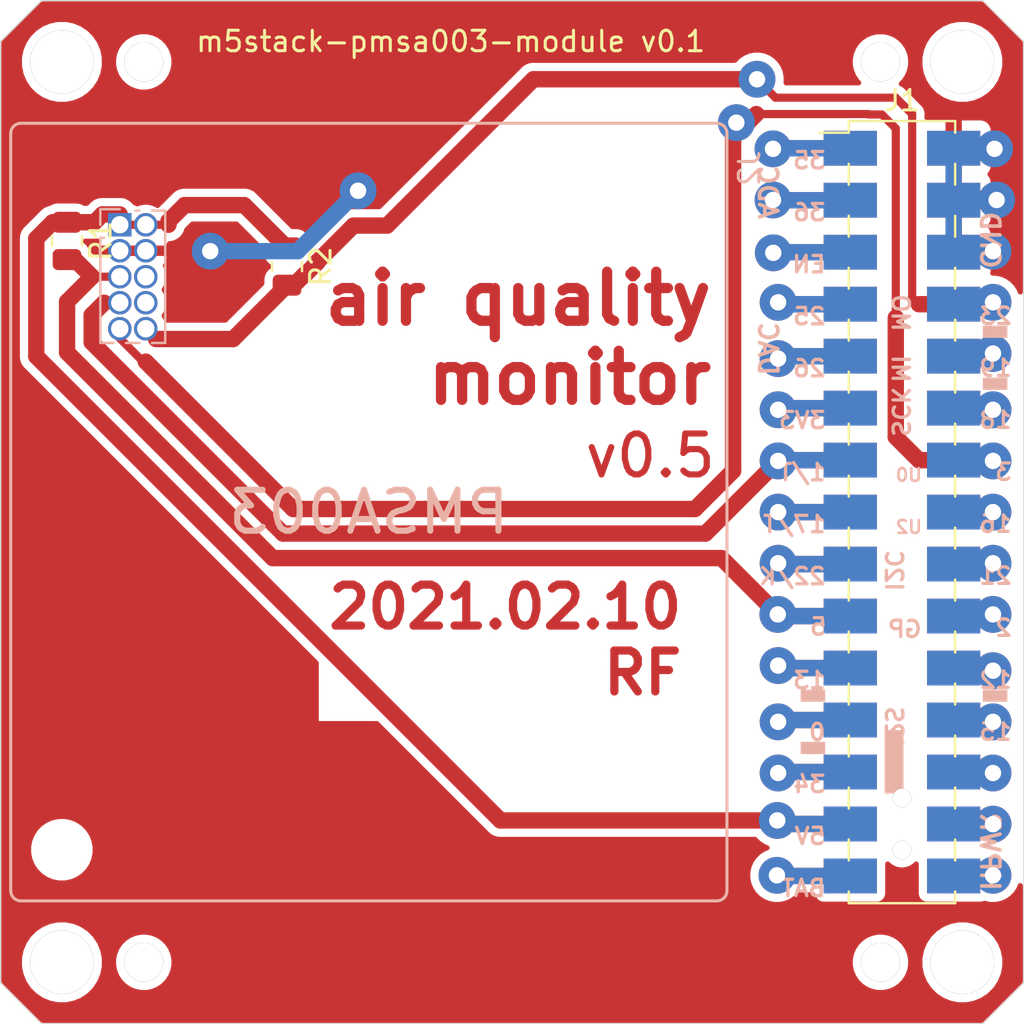
<source format=kicad_pcb>
(kicad_pcb (version 20171130) (host pcbnew "(5.1.9)-1")

  (general
    (thickness 1.6)
    (drawings 74)
    (tracks 242)
    (zones 0)
    (modules 14)
    (nets 31)
  )

  (page USLetter portrait)
  (layers
    (0 F.Cu signal)
    (31 B.Cu signal)
    (32 B.Adhes user hide)
    (33 F.Adhes user)
    (34 B.Paste user)
    (35 F.Paste user hide)
    (36 B.SilkS user)
    (37 F.SilkS user)
    (38 B.Mask user hide)
    (39 F.Mask user hide)
    (40 Dwgs.User user hide)
    (41 Cmts.User user hide)
    (42 Eco1.User user hide)
    (43 Eco2.User user hide)
    (44 Edge.Cuts user)
    (45 Margin user hide)
    (46 B.CrtYd user hide)
    (47 F.CrtYd user hide)
    (48 B.Fab user hide)
    (49 F.Fab user hide)
  )

  (setup
    (last_trace_width 0.4)
    (trace_clearance 0.4)
    (zone_clearance 0.0144)
    (zone_45_only no)
    (trace_min 0.25)
    (via_size 1.8)
    (via_drill 0.8)
    (via_min_size 0.889)
    (via_min_drill 0.508)
    (uvia_size 0.508)
    (uvia_drill 0.127)
    (uvias_allowed no)
    (uvia_min_size 0.508)
    (uvia_min_drill 0.127)
    (edge_width 0.1)
    (segment_width 0.2)
    (pcb_text_width 0.3)
    (pcb_text_size 1.5 1.5)
    (mod_edge_width 0.15)
    (mod_text_size 1 1)
    (mod_text_width 0.15)
    (pad_size 1.5 1.5)
    (pad_drill 0.6)
    (pad_to_mask_clearance 0)
    (aux_axis_origin 0 0)
    (visible_elements 7FFFFF7F)
    (pcbplotparams
      (layerselection 0x01030_ffffffff)
      (usegerberextensions false)
      (usegerberattributes true)
      (usegerberadvancedattributes true)
      (creategerberjobfile true)
      (excludeedgelayer true)
      (linewidth 0.100000)
      (plotframeref false)
      (viasonmask false)
      (mode 1)
      (useauxorigin false)
      (hpglpennumber 1)
      (hpglpenspeed 20)
      (hpglpendiameter 15.000000)
      (psnegative false)
      (psa4output false)
      (plotreference true)
      (plotvalue true)
      (plotinvisibletext false)
      (padsonsilk false)
      (subtractmaskfromsilk false)
      (outputformat 1)
      (mirror false)
      (drillshape 0)
      (scaleselection 1)
      (outputdirectory "gerbers/"))
  )

  (net 0 "")
  (net 1 GND)
  (net 2 "Net-(J1-Pad2)")
  (net 3 "Net-(J1-Pad4)")
  (net 4 "Net-(J1-Pad8)")
  (net 5 "Net-(J1-Pad6)")
  (net 6 "Net-(J1-Pad16)")
  (net 7 +3V3)
  (net 8 "Net-(J1-Pad11)")
  (net 9 "Net-(J1-Pad10)")
  (net 10 "Net-(J1-Pad9)")
  (net 11 "Net-(J1-Pad25)")
  (net 12 "Net-(J1-Pad27)")
  (net 13 "Net-(J1-Pad30)")
  (net 14 +5V)
  (net 15 "Net-(J1-Pad29)")
  (net 16 "Net-(J1-Pad23)")
  (net 17 "Net-(J1-Pad19)")
  (net 18 "Net-(J1-Pad18)")
  (net 19 "Net-(J2-Pad8)")
  (net 20 "Net-(J2-Pad6)")
  (net 21 PMS_RESET)
  (net 22 PMS_SET)
  (net 23 PMS_RX)
  (net 24 PMS_TX)
  (net 25 "Net-(J1-Pad17)")
  (net 26 "Net-(J1-Pad21)")
  (net 27 "Net-(J1-Pad15)")
  (net 28 "Net-(J1-Pad22)")
  (net 29 "Net-(J1-Pad24)")
  (net 30 "Net-(J1-Pad26)")

  (net_class Default "This is the default net class."
    (clearance 0.4)
    (trace_width 0.4)
    (via_dia 1.8)
    (via_drill 0.8)
    (uvia_dia 0.508)
    (uvia_drill 0.127)
    (diff_pair_width 0.25)
    (diff_pair_gap 0.25)
    (add_net +3V3)
    (add_net +5V)
    (add_net GND)
    (add_net "Net-(J1-Pad10)")
    (add_net "Net-(J1-Pad11)")
    (add_net "Net-(J1-Pad15)")
    (add_net "Net-(J1-Pad16)")
    (add_net "Net-(J1-Pad17)")
    (add_net "Net-(J1-Pad18)")
    (add_net "Net-(J1-Pad19)")
    (add_net "Net-(J1-Pad2)")
    (add_net "Net-(J1-Pad21)")
    (add_net "Net-(J1-Pad22)")
    (add_net "Net-(J1-Pad23)")
    (add_net "Net-(J1-Pad24)")
    (add_net "Net-(J1-Pad25)")
    (add_net "Net-(J1-Pad26)")
    (add_net "Net-(J1-Pad27)")
    (add_net "Net-(J1-Pad29)")
    (add_net "Net-(J1-Pad30)")
    (add_net "Net-(J1-Pad4)")
    (add_net "Net-(J1-Pad6)")
    (add_net "Net-(J1-Pad8)")
    (add_net "Net-(J1-Pad9)")
    (add_net "Net-(J2-Pad6)")
    (add_net "Net-(J2-Pad8)")
    (add_net PMS_RESET)
    (add_net PMS_RX)
    (add_net PMS_SET)
    (add_net PMS_TX)
  )

  (module lib:M5Stack_PinHeader_2x15_P2.54mm locked (layer F.Cu) (tedit 6020D37C) (tstamp 601A91C6)
    (at 61.052 42.002)
    (descr "surface-mounted straight pin header, 2x15, 2.54mm pitch, double rows")
    (tags "Surface mounted pin header SMD 2x15 2.54mm double row")
    (path /60196CD0)
    (attr smd)
    (fp_text reference J1 (at 0 -20.11) (layer F.SilkS)
      (effects (font (size 1 1) (thickness 0.15)))
    )
    (fp_text value Conn_02x15_Odd_Even (at 0 20.11) (layer F.Fab)
      (effects (font (size 1 1) (thickness 0.15)))
    )
    (fp_line (start 5.9 -19.6) (end -5.9 -19.6) (layer F.CrtYd) (width 0.05))
    (fp_line (start 5.9 19.6) (end 5.9 -19.6) (layer F.CrtYd) (width 0.05))
    (fp_line (start -5.9 19.6) (end 5.9 19.6) (layer F.CrtYd) (width 0.05))
    (fp_line (start -5.9 -19.6) (end -5.9 19.6) (layer F.CrtYd) (width 0.05))
    (fp_line (start 2.6 16) (end 2.6 17.02) (layer F.SilkS) (width 0.12))
    (fp_line (start -2.6 16) (end -2.6 17.02) (layer F.SilkS) (width 0.12))
    (fp_line (start 2.6 13.46) (end 2.6 14.48) (layer F.SilkS) (width 0.12))
    (fp_line (start -2.6 13.46) (end -2.6 14.48) (layer F.SilkS) (width 0.12))
    (fp_line (start 2.6 10.92) (end 2.6 11.94) (layer F.SilkS) (width 0.12))
    (fp_line (start -2.6 10.92) (end -2.6 11.94) (layer F.SilkS) (width 0.12))
    (fp_line (start 2.6 8.38) (end 2.6 9.4) (layer F.SilkS) (width 0.12))
    (fp_line (start -2.6 8.38) (end -2.6 9.4) (layer F.SilkS) (width 0.12))
    (fp_line (start 2.6 5.84) (end 2.6 6.86) (layer F.SilkS) (width 0.12))
    (fp_line (start -2.6 5.84) (end -2.6 6.86) (layer F.SilkS) (width 0.12))
    (fp_line (start 2.6 3.3) (end 2.6 4.32) (layer F.SilkS) (width 0.12))
    (fp_line (start -2.6 3.3) (end -2.6 4.32) (layer F.SilkS) (width 0.12))
    (fp_line (start 2.6 0.76) (end 2.6 1.78) (layer F.SilkS) (width 0.12))
    (fp_line (start -2.6 0.76) (end -2.6 1.78) (layer F.SilkS) (width 0.12))
    (fp_line (start 2.6 -1.78) (end 2.6 -0.76) (layer F.SilkS) (width 0.12))
    (fp_line (start -2.6 -1.78) (end -2.6 -0.76) (layer F.SilkS) (width 0.12))
    (fp_line (start 2.6 -4.32) (end 2.6 -3.3) (layer F.SilkS) (width 0.12))
    (fp_line (start -2.6 -4.32) (end -2.6 -3.3) (layer F.SilkS) (width 0.12))
    (fp_line (start 2.6 -6.86) (end 2.6 -5.84) (layer F.SilkS) (width 0.12))
    (fp_line (start -2.6 -6.86) (end -2.6 -5.84) (layer F.SilkS) (width 0.12))
    (fp_line (start 2.6 -9.4) (end 2.6 -8.38) (layer F.SilkS) (width 0.12))
    (fp_line (start -2.6 -9.4) (end -2.6 -8.38) (layer F.SilkS) (width 0.12))
    (fp_line (start 2.6 -11.94) (end 2.6 -10.92) (layer F.SilkS) (width 0.12))
    (fp_line (start -2.6 -11.94) (end -2.6 -10.92) (layer F.SilkS) (width 0.12))
    (fp_line (start 2.6 -14.48) (end 2.6 -13.46) (layer F.SilkS) (width 0.12))
    (fp_line (start -2.6 -14.48) (end -2.6 -13.46) (layer F.SilkS) (width 0.12))
    (fp_line (start 2.6 -17.02) (end 2.6 -16) (layer F.SilkS) (width 0.12))
    (fp_line (start -2.6 -17.02) (end -2.6 -16) (layer F.SilkS) (width 0.12))
    (fp_line (start 2.6 18.54) (end 2.6 19.11) (layer F.SilkS) (width 0.12))
    (fp_line (start -2.6 18.54) (end -2.6 19.11) (layer F.SilkS) (width 0.12))
    (fp_line (start 2.6 -19.11) (end 2.6 -18.54) (layer F.SilkS) (width 0.12))
    (fp_line (start -2.6 -19.11) (end -2.6 -18.54) (layer F.SilkS) (width 0.12))
    (fp_line (start -4.04 -18.54) (end -2.6 -18.54) (layer F.SilkS) (width 0.12))
    (fp_line (start -2.6 19.11) (end 2.6 19.11) (layer F.SilkS) (width 0.12))
    (fp_line (start -2.6 -19.11) (end 2.6 -19.11) (layer F.SilkS) (width 0.12))
    (fp_line (start 3.6 18.1) (end 2.54 18.1) (layer F.Fab) (width 0.1))
    (fp_line (start 3.6 17.46) (end 3.6 18.1) (layer F.Fab) (width 0.1))
    (fp_line (start 2.54 17.46) (end 3.6 17.46) (layer F.Fab) (width 0.1))
    (fp_line (start -3.6 18.1) (end -2.54 18.1) (layer F.Fab) (width 0.1))
    (fp_line (start -3.6 17.46) (end -3.6 18.1) (layer F.Fab) (width 0.1))
    (fp_line (start -2.54 17.46) (end -3.6 17.46) (layer F.Fab) (width 0.1))
    (fp_line (start 3.6 15.56) (end 2.54 15.56) (layer F.Fab) (width 0.1))
    (fp_line (start 3.6 14.92) (end 3.6 15.56) (layer F.Fab) (width 0.1))
    (fp_line (start 2.54 14.92) (end 3.6 14.92) (layer F.Fab) (width 0.1))
    (fp_line (start -3.6 15.56) (end -2.54 15.56) (layer F.Fab) (width 0.1))
    (fp_line (start -3.6 14.92) (end -3.6 15.56) (layer F.Fab) (width 0.1))
    (fp_line (start -2.54 14.92) (end -3.6 14.92) (layer F.Fab) (width 0.1))
    (fp_line (start 3.6 13.02) (end 2.54 13.02) (layer F.Fab) (width 0.1))
    (fp_line (start 3.6 12.38) (end 3.6 13.02) (layer F.Fab) (width 0.1))
    (fp_line (start 2.54 12.38) (end 3.6 12.38) (layer F.Fab) (width 0.1))
    (fp_line (start -3.6 13.02) (end -2.54 13.02) (layer F.Fab) (width 0.1))
    (fp_line (start -3.6 12.38) (end -3.6 13.02) (layer F.Fab) (width 0.1))
    (fp_line (start -2.54 12.38) (end -3.6 12.38) (layer F.Fab) (width 0.1))
    (fp_line (start 3.6 10.48) (end 2.54 10.48) (layer F.Fab) (width 0.1))
    (fp_line (start 3.6 9.84) (end 3.6 10.48) (layer F.Fab) (width 0.1))
    (fp_line (start 2.54 9.84) (end 3.6 9.84) (layer F.Fab) (width 0.1))
    (fp_line (start -3.6 10.48) (end -2.54 10.48) (layer F.Fab) (width 0.1))
    (fp_line (start -3.6 9.84) (end -3.6 10.48) (layer F.Fab) (width 0.1))
    (fp_line (start -2.54 9.84) (end -3.6 9.84) (layer F.Fab) (width 0.1))
    (fp_line (start 3.6 7.94) (end 2.54 7.94) (layer F.Fab) (width 0.1))
    (fp_line (start 3.6 7.3) (end 3.6 7.94) (layer F.Fab) (width 0.1))
    (fp_line (start 2.54 7.3) (end 3.6 7.3) (layer F.Fab) (width 0.1))
    (fp_line (start -3.6 7.94) (end -2.54 7.94) (layer F.Fab) (width 0.1))
    (fp_line (start -3.6 7.3) (end -3.6 7.94) (layer F.Fab) (width 0.1))
    (fp_line (start -2.54 7.3) (end -3.6 7.3) (layer F.Fab) (width 0.1))
    (fp_line (start 3.6 5.4) (end 2.54 5.4) (layer F.Fab) (width 0.1))
    (fp_line (start 3.6 4.76) (end 3.6 5.4) (layer F.Fab) (width 0.1))
    (fp_line (start 2.54 4.76) (end 3.6 4.76) (layer F.Fab) (width 0.1))
    (fp_line (start -3.6 5.4) (end -2.54 5.4) (layer F.Fab) (width 0.1))
    (fp_line (start -3.6 4.76) (end -3.6 5.4) (layer F.Fab) (width 0.1))
    (fp_line (start -2.54 4.76) (end -3.6 4.76) (layer F.Fab) (width 0.1))
    (fp_line (start 3.6 2.86) (end 2.54 2.86) (layer F.Fab) (width 0.1))
    (fp_line (start 3.6 2.22) (end 3.6 2.86) (layer F.Fab) (width 0.1))
    (fp_line (start 2.54 2.22) (end 3.6 2.22) (layer F.Fab) (width 0.1))
    (fp_line (start -3.6 2.86) (end -2.54 2.86) (layer F.Fab) (width 0.1))
    (fp_line (start -3.6 2.22) (end -3.6 2.86) (layer F.Fab) (width 0.1))
    (fp_line (start -2.54 2.22) (end -3.6 2.22) (layer F.Fab) (width 0.1))
    (fp_line (start 3.6 0.32) (end 2.54 0.32) (layer F.Fab) (width 0.1))
    (fp_line (start 3.6 -0.32) (end 3.6 0.32) (layer F.Fab) (width 0.1))
    (fp_line (start 2.54 -0.32) (end 3.6 -0.32) (layer F.Fab) (width 0.1))
    (fp_line (start -3.6 0.32) (end -2.54 0.32) (layer F.Fab) (width 0.1))
    (fp_line (start -3.6 -0.32) (end -3.6 0.32) (layer F.Fab) (width 0.1))
    (fp_line (start -2.54 -0.32) (end -3.6 -0.32) (layer F.Fab) (width 0.1))
    (fp_line (start 3.6 -2.22) (end 2.54 -2.22) (layer F.Fab) (width 0.1))
    (fp_line (start 3.6 -2.86) (end 3.6 -2.22) (layer F.Fab) (width 0.1))
    (fp_line (start 2.54 -2.86) (end 3.6 -2.86) (layer F.Fab) (width 0.1))
    (fp_line (start -3.6 -2.22) (end -2.54 -2.22) (layer F.Fab) (width 0.1))
    (fp_line (start -3.6 -2.86) (end -3.6 -2.22) (layer F.Fab) (width 0.1))
    (fp_line (start -2.54 -2.86) (end -3.6 -2.86) (layer F.Fab) (width 0.1))
    (fp_line (start 3.6 -4.76) (end 2.54 -4.76) (layer F.Fab) (width 0.1))
    (fp_line (start 3.6 -5.4) (end 3.6 -4.76) (layer F.Fab) (width 0.1))
    (fp_line (start 2.54 -5.4) (end 3.6 -5.4) (layer F.Fab) (width 0.1))
    (fp_line (start -3.6 -4.76) (end -2.54 -4.76) (layer F.Fab) (width 0.1))
    (fp_line (start -3.6 -5.4) (end -3.6 -4.76) (layer F.Fab) (width 0.1))
    (fp_line (start -2.54 -5.4) (end -3.6 -5.4) (layer F.Fab) (width 0.1))
    (fp_line (start 3.6 -7.3) (end 2.54 -7.3) (layer F.Fab) (width 0.1))
    (fp_line (start 3.6 -7.94) (end 3.6 -7.3) (layer F.Fab) (width 0.1))
    (fp_line (start 2.54 -7.94) (end 3.6 -7.94) (layer F.Fab) (width 0.1))
    (fp_line (start -3.6 -7.3) (end -2.54 -7.3) (layer F.Fab) (width 0.1))
    (fp_line (start -3.6 -7.94) (end -3.6 -7.3) (layer F.Fab) (width 0.1))
    (fp_line (start -2.54 -7.94) (end -3.6 -7.94) (layer F.Fab) (width 0.1))
    (fp_line (start 3.6 -9.84) (end 2.54 -9.84) (layer F.Fab) (width 0.1))
    (fp_line (start 3.6 -10.48) (end 3.6 -9.84) (layer F.Fab) (width 0.1))
    (fp_line (start 2.54 -10.48) (end 3.6 -10.48) (layer F.Fab) (width 0.1))
    (fp_line (start -3.6 -9.84) (end -2.54 -9.84) (layer F.Fab) (width 0.1))
    (fp_line (start -3.6 -10.48) (end -3.6 -9.84) (layer F.Fab) (width 0.1))
    (fp_line (start -2.54 -10.48) (end -3.6 -10.48) (layer F.Fab) (width 0.1))
    (fp_line (start 3.6 -12.38) (end 2.54 -12.38) (layer F.Fab) (width 0.1))
    (fp_line (start 3.6 -13.02) (end 3.6 -12.38) (layer F.Fab) (width 0.1))
    (fp_line (start 2.54 -13.02) (end 3.6 -13.02) (layer F.Fab) (width 0.1))
    (fp_line (start -3.6 -12.38) (end -2.54 -12.38) (layer F.Fab) (width 0.1))
    (fp_line (start -3.6 -13.02) (end -3.6 -12.38) (layer F.Fab) (width 0.1))
    (fp_line (start -2.54 -13.02) (end -3.6 -13.02) (layer F.Fab) (width 0.1))
    (fp_line (start 3.6 -14.92) (end 2.54 -14.92) (layer F.Fab) (width 0.1))
    (fp_line (start 3.6 -15.56) (end 3.6 -14.92) (layer F.Fab) (width 0.1))
    (fp_line (start 2.54 -15.56) (end 3.6 -15.56) (layer F.Fab) (width 0.1))
    (fp_line (start -3.6 -14.92) (end -2.54 -14.92) (layer F.Fab) (width 0.1))
    (fp_line (start -3.6 -15.56) (end -3.6 -14.92) (layer F.Fab) (width 0.1))
    (fp_line (start -2.54 -15.56) (end -3.6 -15.56) (layer F.Fab) (width 0.1))
    (fp_line (start 3.6 -17.46) (end 2.54 -17.46) (layer F.Fab) (width 0.1))
    (fp_line (start 3.6 -18.1) (end 3.6 -17.46) (layer F.Fab) (width 0.1))
    (fp_line (start 2.54 -18.1) (end 3.6 -18.1) (layer F.Fab) (width 0.1))
    (fp_line (start -3.6 -17.46) (end -2.54 -17.46) (layer F.Fab) (width 0.1))
    (fp_line (start -3.6 -18.1) (end -3.6 -17.46) (layer F.Fab) (width 0.1))
    (fp_line (start -2.54 -18.1) (end -3.6 -18.1) (layer F.Fab) (width 0.1))
    (fp_line (start 2.54 -19.05) (end 2.54 19.05) (layer F.Fab) (width 0.1))
    (fp_line (start -2.54 -18.1) (end -1.59 -19.05) (layer F.Fab) (width 0.1))
    (fp_line (start -2.54 19.05) (end -2.54 -18.1) (layer F.Fab) (width 0.1))
    (fp_line (start -1.59 -19.05) (end 2.54 -19.05) (layer F.Fab) (width 0.1))
    (fp_line (start 2.54 19.05) (end -2.54 19.05) (layer F.Fab) (width 0.1))
    (pad 17 smd rect (at 2.525 2.54) (size 2.6 1.7) (layers F.Cu F.Paste F.Mask)
      (net 25 "Net-(J1-Pad17)"))
    (pad 18 smd rect (at -2.525 2.54) (size 2.6 1.7) (layers B.Cu B.Paste B.Mask)
      (net 18 "Net-(J1-Pad18)"))
    (pad 18 smd rect (at -2.525 2.54) (size 2.6 1.7) (layers F.Cu F.Paste F.Mask)
      (net 18 "Net-(J1-Pad18)"))
    (pad 17 smd rect (at 2.525 2.54) (size 2.6 1.7) (layers B.Cu B.Paste B.Mask)
      (net 25 "Net-(J1-Pad17)"))
    (pad 20 smd rect (at -2.525 5.08) (size 2.6 1.7) (layers F.Cu F.Paste F.Mask)
      (net 21 PMS_RESET))
    (pad 20 smd rect (at -2.525 5.08) (size 2.6 1.7) (layers B.Cu B.Paste B.Mask)
      (net 21 PMS_RESET))
    (pad 19 smd rect (at 2.525 5.08) (size 2.6 1.7) (layers F.Cu F.Paste F.Mask)
      (net 17 "Net-(J1-Pad19)"))
    (pad 19 smd rect (at 2.525 5.08) (size 2.6 1.7) (layers B.Cu B.Paste B.Mask)
      (net 17 "Net-(J1-Pad19)"))
    (pad 21 smd rect (at 2.525 7.62) (size 2.6 1.7) (layers B.Cu B.Paste B.Mask)
      (net 26 "Net-(J1-Pad21)"))
    (pad 22 smd rect (at -2.525 7.62) (size 2.6 1.7) (layers F.Cu F.Paste F.Mask)
      (net 28 "Net-(J1-Pad22)"))
    (pad 24 smd rect (at -2.525 10.16) (size 2.6 1.7) (layers B.Cu B.Paste B.Mask)
      (net 29 "Net-(J1-Pad24)"))
    (pad 30 smd rect (at -2.525 17.78) (size 2.6 1.7) (layers B.Cu B.Paste B.Mask)
      (net 13 "Net-(J1-Pad30)"))
    (pad 29 smd rect (at 2.525 17.78) (size 2.6 1.7) (layers B.Cu B.Paste B.Mask)
      (net 15 "Net-(J1-Pad29)"))
    (pad 23 smd rect (at 2.525 10.16) (size 2.6 1.7) (layers F.Cu F.Paste F.Mask)
      (net 16 "Net-(J1-Pad23)"))
    (pad 24 smd rect (at -2.525 10.16) (size 2.6 1.7) (layers F.Cu F.Paste F.Mask)
      (net 29 "Net-(J1-Pad24)"))
    (pad 30 smd rect (at -2.525 17.78) (size 2.6 1.7) (layers F.Cu F.Paste F.Mask)
      (net 13 "Net-(J1-Pad30)"))
    (pad 27 smd rect (at 2.525 15.24) (size 2.6 1.7) (layers B.Cu B.Paste B.Mask)
      (net 12 "Net-(J1-Pad27)"))
    (pad 27 smd rect (at 2.525 15.24) (size 2.6 1.7) (layers F.Cu F.Paste F.Mask)
      (net 12 "Net-(J1-Pad27)"))
    (pad 23 smd rect (at 2.525 10.16) (size 2.6 1.7) (layers B.Cu B.Paste B.Mask)
      (net 16 "Net-(J1-Pad23)"))
    (pad 22 smd rect (at -2.525 7.62) (size 2.6 1.7) (layers B.Cu B.Paste B.Mask)
      (net 28 "Net-(J1-Pad22)"))
    (pad 29 smd rect (at 2.525 17.78) (size 2.6 1.7) (layers F.Cu F.Paste F.Mask)
      (net 15 "Net-(J1-Pad29)"))
    (pad 28 smd rect (at -2.525 15.24) (size 2.6 1.7) (layers B.Cu B.Paste B.Mask)
      (net 14 +5V))
    (pad 21 smd rect (at 2.525 7.62) (size 2.6 1.7) (layers F.Cu F.Paste F.Mask)
      (net 26 "Net-(J1-Pad21)"))
    (pad 26 smd rect (at -2.525 12.7) (size 2.6 1.7) (layers B.Cu B.Paste B.Mask)
      (net 30 "Net-(J1-Pad26)"))
    (pad 28 smd rect (at -2.525 15.24) (size 2.6 1.7) (layers F.Cu F.Paste F.Mask)
      (net 14 +5V))
    (pad 25 smd rect (at 2.525 12.7) (size 2.6 1.7) (layers F.Cu F.Paste F.Mask)
      (net 11 "Net-(J1-Pad25)"))
    (pad 26 smd rect (at -2.525 12.7) (size 2.6 1.7) (layers F.Cu F.Paste F.Mask)
      (net 30 "Net-(J1-Pad26)"))
    (pad 25 smd rect (at 2.525 12.7) (size 2.6 1.7) (layers B.Cu B.Paste B.Mask)
      (net 11 "Net-(J1-Pad25)"))
    (pad 9 smd rect (at 2.525 -7.62) (size 2.6 1.7) (layers F.Cu F.Paste F.Mask)
      (net 10 "Net-(J1-Pad9)"))
    (pad 10 smd rect (at -2.525 -7.62) (size 2.6 1.7) (layers B.Cu B.Paste B.Mask)
      (net 9 "Net-(J1-Pad10)"))
    (pad 10 smd rect (at -2.525 -7.62) (size 2.6 1.7) (layers F.Cu F.Paste F.Mask)
      (net 9 "Net-(J1-Pad10)"))
    (pad 9 smd rect (at 2.525 -7.62) (size 2.6 1.7) (layers B.Cu B.Paste B.Mask)
      (net 10 "Net-(J1-Pad9)"))
    (pad 12 smd rect (at -2.525 -5.08) (size 2.6 1.7) (layers F.Cu F.Paste F.Mask)
      (net 7 +3V3))
    (pad 12 smd rect (at -2.525 -5.08) (size 2.6 1.7) (layers B.Cu B.Paste B.Mask)
      (net 7 +3V3))
    (pad 11 smd rect (at 2.525 -5.08) (size 2.6 1.7) (layers F.Cu F.Paste F.Mask)
      (net 8 "Net-(J1-Pad11)"))
    (pad 11 smd rect (at 2.525 -5.08) (size 2.6 1.7) (layers B.Cu B.Paste B.Mask)
      (net 8 "Net-(J1-Pad11)"))
    (pad 13 smd rect (at 2.525 -2.54) (size 2.6 1.7) (layers B.Cu B.Paste B.Mask)
      (net 24 PMS_TX))
    (pad 14 smd rect (at -2.525 -2.54) (size 2.6 1.7) (layers F.Cu F.Paste F.Mask)
      (net 23 PMS_RX))
    (pad 16 smd rect (at -2.525 0) (size 2.6 1.7) (layers B.Cu B.Paste B.Mask)
      (net 6 "Net-(J1-Pad16)"))
    (pad 15 smd rect (at 2.525 0) (size 2.6 1.7) (layers F.Cu F.Paste F.Mask)
      (net 27 "Net-(J1-Pad15)"))
    (pad 16 smd rect (at -2.525 0) (size 2.6 1.7) (layers F.Cu F.Paste F.Mask)
      (net 6 "Net-(J1-Pad16)"))
    (pad 15 smd rect (at 2.525 0) (size 2.6 1.7) (layers B.Cu B.Paste B.Mask)
      (net 27 "Net-(J1-Pad15)"))
    (pad 14 smd rect (at -2.525 -2.54) (size 2.6 1.7) (layers B.Cu B.Paste B.Mask)
      (net 23 PMS_RX))
    (pad 13 smd rect (at 2.525 -2.54) (size 2.6 1.7) (layers F.Cu F.Paste F.Mask)
      (net 24 PMS_TX))
    (pad 5 smd rect (at 2.525 -12.7) (size 2.6 1.7) (layers F.Cu F.Paste F.Mask)
      (net 1 GND))
    (pad 6 smd rect (at -2.525 -12.7) (size 2.6 1.7) (layers B.Cu B.Paste B.Mask)
      (net 5 "Net-(J1-Pad6)"))
    (pad 6 smd rect (at -2.525 -12.7) (size 2.6 1.7) (layers F.Cu F.Paste F.Mask)
      (net 5 "Net-(J1-Pad6)"))
    (pad 5 smd rect (at 2.525 -12.7) (size 2.6 1.7) (layers B.Cu B.Paste B.Mask)
      (net 1 GND))
    (pad 8 smd rect (at -2.525 -10.16) (size 2.6 1.7) (layers F.Cu F.Paste F.Mask)
      (net 4 "Net-(J1-Pad8)"))
    (pad 8 smd rect (at -2.525 -10.16) (size 2.6 1.7) (layers B.Cu B.Paste B.Mask)
      (net 4 "Net-(J1-Pad8)"))
    (pad 7 smd rect (at 2.525 -10.16) (size 2.6 1.7) (layers F.Cu F.Paste F.Mask)
      (net 22 PMS_SET))
    (pad 7 smd rect (at 2.525 -10.16) (size 2.6 1.7) (layers B.Cu B.Paste B.Mask)
      (net 22 PMS_SET))
    (pad 3 smd rect (at 2.525 -15.24) (size 2.6 1.7) (layers F.Cu F.Paste F.Mask)
      (net 1 GND))
    (pad 3 smd rect (at 2.525 -15.24) (size 2.6 1.7) (layers B.Cu B.Paste B.Mask)
      (net 1 GND))
    (pad 4 smd rect (at -2.525 -15.24) (size 2.6 1.7) (layers B.Cu B.Paste B.Mask)
      (net 3 "Net-(J1-Pad4)"))
    (pad 4 smd rect (at -2.525 -15.24) (size 2.6 1.7) (layers F.Cu F.Paste F.Mask)
      (net 3 "Net-(J1-Pad4)"))
    (pad 1 smd rect (at 2.525 -17.78) (size 2.6 1.7) (layers F.Cu F.Paste F.Mask)
      (net 1 GND))
    (pad 1 smd rect (at 2.525 -17.78) (size 2.6 1.7) (layers B.Cu B.Paste B.Mask)
      (net 1 GND))
    (pad 2 smd rect (at -2.525 -17.78) (size 2.6 1.7) (layers B.Cu B.Paste B.Mask)
      (net 2 "Net-(J1-Pad2)"))
    (pad 2 smd rect (at -2.525 -17.78) (size 2.6 1.7) (layers F.Cu F.Paste F.Mask)
      (net 2 "Net-(J1-Pad2)"))
    (model ${KISYS3DMOD}/Connector_PinHeader_2.54mm.3dshapes/PinHeader_2x15_P2.54mm_Vertical_SMD.wrl
      (at (xyz 0 0 0))
      (scale (xyz 1 1 1))
      (rotate (xyz 0 0 0))
    )
  )

  (module FreePad32 (layer F.Cu) (tedit 0) (tstamp 6024ACDC)
    (at 64.002 20.002)
    (fp_text reference "" (at 0 0) (layer F.SilkS)
      (effects (font (size 1.27 1.27) (thickness 0.15)))
    )
    (fp_text value "" (at 0 0) (layer F.SilkS)
      (effects (font (size 1.27 1.27) (thickness 0.15)))
    )
    (pad 0 thru_hole circle (at 0 0) (size 3.1 3.1) (drill 3.1) (layers *.Cu *.Mask)
      (solder_mask_margin 0.102) (zone_connect 1))
  )

  (module FreePad27 (layer F.Cu) (tedit 0) (tstamp 6024AE7F)
    (at 61.052 55.972)
    (fp_text reference "" (at 0 0) (layer F.SilkS)
      (effects (font (size 1.27 1.27) (thickness 0.15)))
    )
    (fp_text value "" (at 0 0) (layer F.SilkS)
      (effects (font (size 1.27 1.27) (thickness 0.15)))
    )
    (pad 0 thru_hole circle (at 0 0 180) (size 0.9 0.9) (drill 0.9) (layers *.Cu *.Mask)
      (solder_mask_margin 0.102) (zone_connect 1))
  )

  (module FreePad33 (layer F.Cu) (tedit 0) (tstamp 6024AE7B)
    (at 60.002 64.002)
    (fp_text reference "" (at 0 0) (layer F.SilkS)
      (effects (font (size 1.27 1.27) (thickness 0.15)))
    )
    (fp_text value "" (at 0 0) (layer F.SilkS)
      (effects (font (size 1.27 1.27) (thickness 0.15)))
    )
    (pad 0 thru_hole circle (at 0 0) (size 1.9 1.9) (drill 1.9) (layers *.Cu *.Mask)
      (solder_mask_margin 0.102) (zone_connect 1))
  )

  (module FreePad32 (layer F.Cu) (tedit 0) (tstamp 6024AE77)
    (at 64.002 64.002)
    (fp_text reference "" (at 0 0) (layer F.SilkS)
      (effects (font (size 1.27 1.27) (thickness 0.15)))
    )
    (fp_text value "" (at 0 0) (layer F.SilkS)
      (effects (font (size 1.27 1.27) (thickness 0.15)))
    )
    (pad 0 thru_hole circle (at 0 0) (size 3.1 3.1) (drill 3.1) (layers *.Cu *.Mask)
      (solder_mask_margin 0.102) (zone_connect 1))
  )

  (module FreePad31 (layer F.Cu) (tedit 0) (tstamp 6024AE73)
    (at 60.002 20.002)
    (fp_text reference "" (at 0 0) (layer F.SilkS)
      (effects (font (size 1.27 1.27) (thickness 0.15)))
    )
    (fp_text value "" (at 0 0) (layer F.SilkS)
      (effects (font (size 1.27 1.27) (thickness 0.15)))
    )
    (pad 0 thru_hole circle (at 0 0) (size 1.9 1.9) (drill 1.9) (layers *.Cu *.Mask)
      (solder_mask_margin 0.102) (zone_connect 1))
  )

  (module FreePad26 (layer F.Cu) (tedit 0) (tstamp 6024AE6F)
    (at 61.052 58.512)
    (fp_text reference "" (at 0 0) (layer F.SilkS)
      (effects (font (size 1.27 1.27) (thickness 0.15)))
    )
    (fp_text value "" (at 0 0) (layer F.SilkS)
      (effects (font (size 1.27 1.27) (thickness 0.15)))
    )
    (pad 0 thru_hole circle (at 0 0 180) (size 0.9 0.9) (drill 0.9) (layers *.Cu *.Mask)
      (solder_mask_margin 0.102) (zone_connect 1))
  )

  (module FreePad34 (layer F.Cu) (tedit 0) (tstamp 6024AD19)
    (at 24.002 64.002)
    (fp_text reference "" (at 0 0) (layer F.SilkS)
      (effects (font (size 1.27 1.27) (thickness 0.15)))
    )
    (fp_text value "" (at 0 0) (layer F.SilkS)
      (effects (font (size 1.27 1.27) (thickness 0.15)))
    )
    (pad 0 thru_hole circle (at 0 0 180) (size 1.9 1.9) (drill 1.9) (layers *.Cu *.Mask)
      (solder_mask_margin 0.102) (zone_connect 1))
  )

  (module FreePad35 (layer F.Cu) (tedit 0) (tstamp 6024AD15)
    (at 20.002 64.002)
    (fp_text reference "" (at 0 0) (layer F.SilkS)
      (effects (font (size 1.27 1.27) (thickness 0.15)))
    )
    (fp_text value "" (at 0 0) (layer F.SilkS)
      (effects (font (size 1.27 1.27) (thickness 0.15)))
    )
    (pad 0 thru_hole circle (at 0 0 180) (size 3.1 3.1) (drill 3.1) (layers *.Cu *.Mask)
      (solder_mask_margin 0.102) (zone_connect 1))
  )

  (module FreePad28 (layer F.Cu) (tedit 0) (tstamp 6024AD11)
    (at 20.002 20.002)
    (fp_text reference "" (at 0 0) (layer F.SilkS)
      (effects (font (size 1.27 1.27) (thickness 0.15)))
    )
    (fp_text value "" (at 0 0) (layer F.SilkS)
      (effects (font (size 1.27 1.27) (thickness 0.15)))
    )
    (pad 0 thru_hole circle (at 0 0 180) (size 3.1 3.1) (drill 3.1) (layers *.Cu *.Mask)
      (solder_mask_margin 0.102) (zone_connect 1))
  )

  (module FreePad29 (layer F.Cu) (tedit 0) (tstamp 6024AD0D)
    (at 24.002 20.002)
    (fp_text reference "" (at 0 0) (layer F.SilkS)
      (effects (font (size 1.27 1.27) (thickness 0.15)))
    )
    (fp_text value "" (at 0 0) (layer F.SilkS)
      (effects (font (size 1.27 1.27) (thickness 0.15)))
    )
    (pad 0 thru_hole circle (at 0 0 180) (size 1.9 1.9) (drill 1.9) (layers *.Cu *.Mask)
      (solder_mask_margin 0.102) (zone_connect 1))
  )

  (module Resistor_SMD:R_0805_2012Metric (layer F.Cu) (tedit 5F68FEEE) (tstamp 601A0D29)
    (at 31 30 270)
    (descr "Resistor SMD 0805 (2012 Metric), square (rectangular) end terminal, IPC_7351 nominal, (Body size source: IPC-SM-782 page 72, https://www.pcb-3d.com/wordpress/wp-content/uploads/ipc-sm-782a_amendment_1_and_2.pdf), generated with kicad-footprint-generator")
    (tags resistor)
    (path /601A427D)
    (attr smd)
    (fp_text reference R2 (at 0 -1.65 90) (layer F.SilkS)
      (effects (font (size 1 1) (thickness 0.15)))
    )
    (fp_text value 10k (at 0 1.65 90) (layer F.Fab)
      (effects (font (size 1 1) (thickness 0.15)))
    )
    (fp_line (start -1 0.625) (end -1 -0.625) (layer F.Fab) (width 0.1))
    (fp_line (start -1 -0.625) (end 1 -0.625) (layer F.Fab) (width 0.1))
    (fp_line (start 1 -0.625) (end 1 0.625) (layer F.Fab) (width 0.1))
    (fp_line (start 1 0.625) (end -1 0.625) (layer F.Fab) (width 0.1))
    (fp_line (start -0.227064 -0.735) (end 0.227064 -0.735) (layer F.SilkS) (width 0.12))
    (fp_line (start -0.227064 0.735) (end 0.227064 0.735) (layer F.SilkS) (width 0.12))
    (fp_line (start -1.68 0.95) (end -1.68 -0.95) (layer F.CrtYd) (width 0.05))
    (fp_line (start -1.68 -0.95) (end 1.68 -0.95) (layer F.CrtYd) (width 0.05))
    (fp_line (start 1.68 -0.95) (end 1.68 0.95) (layer F.CrtYd) (width 0.05))
    (fp_line (start 1.68 0.95) (end -1.68 0.95) (layer F.CrtYd) (width 0.05))
    (fp_text user %R (at 0 0 90) (layer F.Fab)
      (effects (font (size 0.5 0.5) (thickness 0.08)))
    )
    (pad 2 smd roundrect (at 0.9125 0 270) (size 1.025 1.4) (layers F.Cu F.Paste F.Mask) (roundrect_rratio 0.2439004878048781)
      (net 22 PMS_SET))
    (pad 1 smd roundrect (at -0.9125 0 270) (size 1.025 1.4) (layers F.Cu F.Paste F.Mask) (roundrect_rratio 0.2439004878048781)
      (net 14 +5V))
    (model ${KISYS3DMOD}/Resistor_SMD.3dshapes/R_0805_2012Metric.wrl
      (at (xyz 0 0 0))
      (scale (xyz 1 1 1))
      (rotate (xyz 0 0 0))
    )
  )

  (module lib:PMSA003 (layer B.Cu) (tedit 602011B9) (tstamp 6020CE23)
    (at 35 42 270)
    (path /6019A810)
    (fp_text reference J2 (at -16.8 -18.6 90) (layer B.SilkS)
      (effects (font (size 1 1) (thickness 0.15)) (justify mirror))
    )
    (fp_text value PMSA003 (at 0 0 180) (layer B.SilkS)
      (effects (font (size 2 2) (thickness 0.3)) (justify mirror))
    )
    (fp_line (start -14.8 13.12) (end -14.04 13.12) (layer B.SilkS) (width 0.12))
    (fp_line (start -8.265 9.95) (end -8.265 10.59247) (layer B.SilkS) (width 0.12))
    (fp_line (start -8.265 11.20753) (end -8.265 11.86247) (layer B.SilkS) (width 0.12))
    (fp_line (start -8.265 12.47753) (end -8.265 13.12) (layer B.SilkS) (width 0.12))
    (fp_line (start -15.19 9.5) (end -15.19 13.55) (layer B.CrtYd) (width 0.05))
    (fp_line (start -14.675 10.01) (end -14.675 12.2975) (layer B.Fab) (width 0.1))
    (fp_line (start -8.325 13.06) (end -8.325 10.01) (layer B.Fab) (width 0.1))
    (fp_line (start -13.405 12.93) (end -13.405 13.12) (layer B.SilkS) (width 0.12))
    (fp_line (start -13.405 13.12) (end -8.265 13.12) (layer B.SilkS) (width 0.12))
    (fp_line (start -14.735 9.95) (end -8.265 9.95) (layer B.SilkS) (width 0.12))
    (fp_line (start -7.84 13.55) (end -7.84 9.5) (layer B.CrtYd) (width 0.05))
    (fp_line (start -8.325 10.01) (end -14.675 10.01) (layer B.Fab) (width 0.1))
    (fp_line (start -14.675 12.2975) (end -13.9125 13.06) (layer B.Fab) (width 0.1))
    (fp_line (start -14.735 11.20753) (end -14.735 11.41) (layer B.SilkS) (width 0.12))
    (fp_line (start -14.8 12.17) (end -14.8 13.12) (layer B.SilkS) (width 0.12))
    (fp_line (start -15.19 13.55) (end -7.84 13.55) (layer B.CrtYd) (width 0.05))
    (fp_line (start -7.84 9.5) (end -15.19 9.5) (layer B.CrtYd) (width 0.05))
    (fp_line (start -13.9125 13.06) (end -8.325 13.06) (layer B.Fab) (width 0.1))
    (fp_line (start -14.735 9.95) (end -14.735 10.59247) (layer B.SilkS) (width 0.12))
    (fp_line (start -18.5 17.5) (end 18.5 17.5) (layer B.SilkS) (width 0.15))
    (fp_line (start 19 17) (end 19 -17) (layer B.SilkS) (width 0.15))
    (fp_line (start 18.5 -17.5) (end -18.5 -17.5) (layer B.SilkS) (width 0.15))
    (fp_line (start -19 -17) (end -19 17) (layer B.SilkS) (width 0.15))
    (fp_arc (start -18.5 -17) (end -19 -17) (angle 90) (layer B.SilkS) (width 0.15))
    (fp_arc (start -18.5 17) (end -18.5 17.5) (angle 90) (layer B.SilkS) (width 0.15))
    (fp_arc (start 18.5 17) (end 19 17) (angle 90) (layer B.SilkS) (width 0.15))
    (fp_arc (start 18.5 -17) (end 18.5 -17.5) (angle 90) (layer B.SilkS) (width 0.15))
    (pad 4 thru_hole oval (at -12.77 10.9 180) (size 1.15 1.15) (drill 0.85) (layers *.Cu *.Mask)
      (net 1 GND))
    (pad 2 thru_hole oval (at -14.04 10.9 180) (size 1.15 1.15) (drill 0.85) (layers *.Cu *.Mask)
      (net 14 +5V))
    (pad 8 thru_hole oval (at -10.23 10.9 180) (size 1.15 1.15) (drill 0.85) (layers *.Cu *.Mask)
      (net 19 "Net-(J2-Pad8)"))
    (pad 9 thru_hole oval (at -8.96 12.17 180) (size 1.15 1.15) (drill 0.85) (layers *.Cu *.Mask)
      (net 24 PMS_TX))
    (pad 10 thru_hole oval (at -8.96 10.9 180) (size 1.15 1.15) (drill 0.85) (layers *.Cu *.Mask)
      (net 22 PMS_SET))
    (pad 3 thru_hole oval (at -12.77 12.17 180) (size 1.15 1.15) (drill 0.85) (layers *.Cu *.Mask)
      (net 1 GND))
    (pad 6 thru_hole oval (at -11.5 10.9 180) (size 1.15 1.15) (drill 0.85) (layers *.Cu *.Mask)
      (net 20 "Net-(J2-Pad6)"))
    (pad 7 thru_hole oval (at -10.23 12.17 180) (size 1.15 1.15) (drill 0.85) (layers *.Cu *.Mask)
      (net 23 PMS_RX))
    (pad 1 thru_hole rect (at -14.04 12.17 180) (size 1.15 1.15) (drill 0.85) (layers *.Cu *.Mask)
      (net 14 +5V))
    (pad 5 thru_hole oval (at -11.5 12.17 180) (size 1.15 1.15) (drill 0.85) (layers *.Cu *.Mask)
      (net 21 PMS_RESET))
    (pad "" np_thru_hole circle (at -16.5 -15 270) (size 2.2 2.2) (drill 2.2) (layers *.Cu *.Mask))
    (pad "" np_thru_hole circle (at 16.5 15 270) (size 2.2 2.2) (drill 2.2) (layers *.Cu *.Mask))
    (model ${KISYS3DMOD}/Connector_PinSocket_1.27mm.3dshapes/PinSocket_2x05_P1.27mm_Vertical.wrl
      (offset (xyz -8.949999999999999 10.9 0))
      (scale (xyz 1 1 1))
      (rotate (xyz 0 0 90))
    )
  )

  (module Resistor_SMD:R_0805_2012Metric (layer F.Cu) (tedit 5F68FEEE) (tstamp 601A0D18)
    (at 20.25 28.75 270)
    (descr "Resistor SMD 0805 (2012 Metric), square (rectangular) end terminal, IPC_7351 nominal, (Body size source: IPC-SM-782 page 72, https://www.pcb-3d.com/wordpress/wp-content/uploads/ipc-sm-782a_amendment_1_and_2.pdf), generated with kicad-footprint-generator")
    (tags resistor)
    (path /601A5C5F)
    (attr smd)
    (fp_text reference R1 (at 0 -1.65 90) (layer F.SilkS)
      (effects (font (size 1 1) (thickness 0.15)))
    )
    (fp_text value 10k (at 0 1.65 90) (layer F.Fab)
      (effects (font (size 1 1) (thickness 0.15)))
    )
    (fp_line (start -1 0.625) (end -1 -0.625) (layer F.Fab) (width 0.1))
    (fp_line (start -1 -0.625) (end 1 -0.625) (layer F.Fab) (width 0.1))
    (fp_line (start 1 -0.625) (end 1 0.625) (layer F.Fab) (width 0.1))
    (fp_line (start 1 0.625) (end -1 0.625) (layer F.Fab) (width 0.1))
    (fp_line (start -0.227064 -0.735) (end 0.227064 -0.735) (layer F.SilkS) (width 0.12))
    (fp_line (start -0.227064 0.735) (end 0.227064 0.735) (layer F.SilkS) (width 0.12))
    (fp_line (start -1.68 0.95) (end -1.68 -0.95) (layer F.CrtYd) (width 0.05))
    (fp_line (start -1.68 -0.95) (end 1.68 -0.95) (layer F.CrtYd) (width 0.05))
    (fp_line (start 1.68 -0.95) (end 1.68 0.95) (layer F.CrtYd) (width 0.05))
    (fp_line (start 1.68 0.95) (end -1.68 0.95) (layer F.CrtYd) (width 0.05))
    (fp_text user %R (at 0 0 90) (layer F.Fab)
      (effects (font (size 0.5 0.5) (thickness 0.08)))
    )
    (pad 2 smd roundrect (at 0.9125 0 270) (size 1.025 1.4) (layers F.Cu F.Paste F.Mask) (roundrect_rratio 0.2439004878048781)
      (net 21 PMS_RESET))
    (pad 1 smd roundrect (at -0.9125 0 270) (size 1.025 1.4) (layers F.Cu F.Paste F.Mask) (roundrect_rratio 0.2439004878048781)
      (net 14 +5V))
    (model ${KISYS3DMOD}/Resistor_SMD.3dshapes/R_0805_2012Metric.wrl
      (at (xyz 0 0 0))
      (scale (xyz 1 1 1))
      (rotate (xyz 0 0 0))
    )
  )

  (gr_text "2021.02.10\nRF" (at 50.5 48.25) (layer F.Cu) (tstamp 6023768B)
    (effects (font (size 2 2) (thickness 0.4)) (justify right))
  )
  (gr_text "air quality\nmonitor" (at 52 33.5) (layer F.Cu) (tstamp 6021C091)
    (effects (font (size 2.4 2.4) (thickness 0.5)) (justify right))
  )
  (gr_text v0.5 (at 48.75 39.25) (layer F.Cu)
    (effects (font (size 2 2) (thickness 0.3)))
  )
  (gr_text 34 (at 57.402 55.299) (layer B.SilkS)
    (effects (font (size 0.805505 0.811607) (thickness 0.161101)) (justify left mirror))
  )
  (gr_text "m5stack-pmsa003-module v0.1" (at 39 19) (layer F.SilkS)
    (effects (font (size 1 1) (thickness 0.15)))
  )
  (gr_text 3 (at 66.502 40.039) (layer B.SilkS)
    (effects (font (size 0.805505 0.811607) (thickness 0.161101)) (justify left mirror))
  )
  (gr_text 16 (at 66.502 42.579) (layer B.SilkS)
    (effects (font (size 0.805505 0.811607) (thickness 0.161101)) (justify left mirror))
  )
  (gr_text 18 (at 66.502 37.499) (layer B.SilkS)
    (effects (font (size 0.805505 0.811607) (thickness 0.161101)) (justify left mirror))
  )
  (gr_text 23 (at 66.502 32.419) (layer B.SilkS)
    (effects (font (size 0.805505 0.811607) (thickness 0.161101)) (justify left mirror))
  )
  (gr_text 19 (at 66.502 34.959) (layer B.SilkS)
    (effects (font (size 0.805505 0.811607) (thickness 0.161101)) (justify left mirror))
  )
  (gr_poly (pts (xy 65.002 33.487) (xy 65.002 32.887) (xy 66.202 32.887) (xy 66.202 33.487)) (layer B.SilkS) (width 0))
  (gr_poly (pts (xy 65.002 36.027) (xy 65.002 35.427) (xy 66.202 35.427) (xy 66.202 36.027)) (layer B.SilkS) (width 0))
  (gr_text 12 (at 66.502 50.199) (layer B.SilkS)
    (effects (font (size 0.805505 0.811607) (thickness 0.161101)) (justify left mirror))
  )
  (gr_text 21 (at 66.502 45.119) (layer B.SilkS)
    (effects (font (size 0.805505 0.811607) (thickness 0.161101)) (justify left mirror))
  )
  (gr_text 2 (at 66.502 47.659) (layer B.SilkS)
    (effects (font (size 0.805505 0.811607) (thickness 0.161101)) (justify left mirror))
  )
  (gr_text 15 (at 66.502 52.739) (layer B.SilkS)
    (effects (font (size 0.805505 0.811607) (thickness 0.161101)) (justify left mirror))
  )
  (gr_poly (pts (xy 65.002 51.267) (xy 65.002 50.667) (xy 66.202 50.667) (xy 66.202 51.267)) (layer B.SilkS) (width 0))
  (gr_line (start 58.502 17.002) (end 65.002 17.002) (layer Margin) (width 0.2))
  (gr_line (start 65.002 17.002) (end 67.002 19.002) (layer Edge.Cuts) (width 0.05))
  (gr_line (start 67.002 19.002) (end 67.002 65.002) (layer Edge.Cuts) (width 0.05))
  (gr_line (start 67.002 65.002) (end 65.002 67.002) (layer Edge.Cuts) (width 0.05))
  (gr_line (start 65.002 67.002) (end 19.002 67.002) (layer Edge.Cuts) (width 0.05))
  (gr_line (start 19.002 67.002) (end 17.002 65.002) (layer Edge.Cuts) (width 0.05))
  (gr_line (start 17.002 65.002) (end 17.002 19.002) (layer Edge.Cuts) (width 0.05))
  (gr_line (start 17.002 19.002) (end 19.002 17.002) (layer Edge.Cuts) (width 0.05))
  (gr_line (start 19.002 17.002) (end 65.002 17.002) (layer Edge.Cuts) (width 0.05))
  (gr_line (start 23.802 67.002) (end 34.202 67.002) (layer Margin) (width 0.2))
  (gr_line (start 17.002 19.002) (end 19.002 17.002) (layer Margin) (width 0.2))
  (gr_line (start 65.002 17.002) (end 67.002 19.002) (layer Margin) (width 0.2))
  (gr_line (start 65.002 67.002) (end 67.002 65.002) (layer Margin) (width 0.2))
  (gr_line (start 67.002 65.002) (end 67.002 19.002) (layer Margin) (width 0.2))
  (gr_line (start 17.002 23.802) (end 17.002 19.002) (layer Margin) (width 0.2))
  (gr_line (start 19.002 67.002) (end 65.002 67.002) (layer Margin) (width 0.2))
  (gr_line (start 17.002 65.002) (end 17.002 23.802) (layer Margin) (width 0.2))
  (gr_line (start 17.002 65.002) (end 19.002 67.002) (layer Margin) (width 0.2))
  (gr_line (start 54.002 19.502) (end 58.002 19.502) (layer Margin) (width 0.2))
  (gr_line (start 58.002 19.502) (end 58.002 17.502) (layer Margin) (width 0.2))
  (gr_line (start 58.002 17.502) (end 58.502 17.002) (layer Margin) (width 0.2))
  (gr_line (start 54.002 19.502) (end 54.002 17.502) (layer Margin) (width 0.2))
  (gr_line (start 53.502 17.002) (end 54.002 17.502) (layer Margin) (width 0.2))
  (gr_line (start 19.002 17.002) (end 53.502 17.002) (layer Margin) (width 0.2))
  (gr_arc (start -22 -22) (end -20.45 -22) (angle -360) (layer Dwgs.User) (width 0.2))
  (gr_arc (start 22 -22) (end 23.55 -22) (angle -360) (layer Dwgs.User) (width 0.2))
  (gr_arc (start -22 22) (end -20.45 22) (angle -360) (layer Dwgs.User) (width 0.2))
  (gr_arc (start 22 22) (end 23.55 22) (angle -360) (layer Dwgs.User) (width 0.2))
  (gr_text U2 (at 62.102 42.729) (layer B.SilkS)
    (effects (font (size 0.626504 0.63125) (thickness 0.125301)) (justify left mirror))
  )
  (gr_text ADC (at 54.5 27.777 270) (layer B.SilkS)
    (effects (font (size 0.895006 0.901786) (thickness 0.179001)) (justify left mirror))
  )
  (gr_text DAC (at 54.5 35.427 270) (layer B.SilkS)
    (effects (font (size 0.895006 0.901786) (thickness 0.179001)) (justify left mirror))
  )
  (gr_text I2S (at 60.655 53.552 270) (layer B.SilkS)
    (effects (font (size 0.805505 0.811607) (thickness 0.161101)) (justify left mirror))
  )
  (gr_text GP (at 62.102 47.719) (layer B.SilkS)
    (effects (font (size 0.805505 0.811607) (thickness 0.161101)) (justify left mirror))
  )
  (gr_text U0 (at 62.102 40.189) (layer B.SilkS)
    (effects (font (size 0.626504 0.63125) (thickness 0.125301)) (justify left mirror))
  )
  (gr_text 35 (at 57.402 24.819) (layer B.SilkS)
    (effects (font (size 0.805505 0.811607) (thickness 0.161101)) (justify left mirror))
  )
  (gr_text 36 (at 57.402 27.359) (layer B.SilkS)
    (effects (font (size 0.805505 0.811607) (thickness 0.161101)) (justify left mirror))
  )
  (gr_text EN (at 57.402 29.899) (layer B.SilkS)
    (effects (font (size 0.805505 0.811607) (thickness 0.161101)) (justify left mirror))
  )
  (gr_text 25 (at 57.402 32.439) (layer B.SilkS)
    (effects (font (size 0.805505 0.811607) (thickness 0.161101)) (justify left mirror))
  )
  (gr_text GND (at 65.35 30.202 270) (layer B.SilkS)
    (effects (font (size 0.895006 0.901786) (thickness 0.179001)) (justify left mirror))
  )
  (gr_text HPWR (at 65.35 60.602 270) (layer B.SilkS)
    (effects (font (size 0.895006 0.901786) (thickness 0.179001)) (justify left mirror))
  )
  (gr_text 0 (at 57.402 52.759) (layer B.SilkS)
    (effects (font (size 0.805505 0.811607) (thickness 0.161101)) (justify left mirror))
  )
  (gr_text 13 (at 57.402 50.219) (layer B.SilkS)
    (effects (font (size 0.805505 0.811607) (thickness 0.161101)) (justify left mirror))
  )
  (gr_text 5 (at 57.452 47.599) (layer B.SilkS)
    (effects (font (size 0.805505 0.811607) (thickness 0.161101)) (justify left mirror))
  )
  (gr_text 22/K (at 57.402 45.139) (layer B.SilkS)
    (effects (font (size 0.805505 0.811607) (thickness 0.161101)) (justify left mirror))
  )
  (gr_text 17/T (at 57.402 42.599) (layer B.SilkS)
    (effects (font (size 0.805505 0.811607) (thickness 0.161101)) (justify left mirror))
  )
  (gr_text 1/T (at 57.402 40.059) (layer B.SilkS)
    (effects (font (size 0.805505 0.811607) (thickness 0.161101)) (justify left mirror))
  )
  (gr_text 3V3 (at 57.402 37.519) (layer B.SilkS)
    (effects (font (size 0.805505 0.811607) (thickness 0.161101)) (justify left mirror))
  )
  (gr_text 26 (at 57.402 34.979) (layer B.SilkS)
    (effects (font (size 0.805505 0.811607) (thickness 0.161101)) (justify left mirror))
  )
  (gr_text 5V (at 57.402 57.839) (layer B.SilkS)
    (effects (font (size 0.805505 0.811607) (thickness 0.161101)) (justify left mirror))
  )
  (gr_text BAT (at 57.402 60.379) (layer B.SilkS)
    (effects (font (size 0.805505 0.811607) (thickness 0.161101)) (justify left mirror))
  )
  (gr_text I2C (at 60.655 45.952 270) (layer B.SilkS)
    (effects (font (size 0.805505 0.811607) (thickness 0.161101)) (justify left mirror))
  )
  (gr_text MO (at 60.98 33.262 270) (layer B.SilkS)
    (effects (font (size 0.805505 0.811607) (thickness 0.161101)) (justify left mirror))
  )
  (gr_text MI (at 60.98 35.762 270) (layer B.SilkS)
    (effects (font (size 0.805505 0.811607) (thickness 0.161101)) (justify left mirror))
  )
  (gr_text SCK (at 60.98 38.402 270) (layer B.SilkS)
    (effects (font (size 0.805505 0.811607) (thickness 0.161101)) (justify left mirror))
  )
  (gr_poly (pts (xy 56.102 53.827) (xy 56.102 53.227) (xy 57.302 53.227) (xy 57.302 53.827)) (layer B.SilkS) (width 0))
  (gr_poly (pts (xy 56.102 51.267) (xy 56.102 50.667) (xy 57.302 50.667) (xy 57.302 51.267)) (layer B.SilkS) (width 0))
  (gr_poly (pts (xy 60.202 55.752) (xy 60.202 52.652) (xy 61.127 52.652) (xy 61.127 55.752)) (layer B.SilkS) (width 0))

  (via (at 65.577 24.25) (size 1.8) (drill 0.8) (layers F.Cu B.Cu) (net 1))
  (segment (start 65.549 24.222) (end 65.577 24.25) (width 0.8) (layer F.Cu) (net 1))
  (segment (start 63.577 24.222) (end 65.549 24.222) (width 0.8) (layer F.Cu) (net 1))
  (segment (start 63.605 24.25) (end 63.577 24.222) (width 0.8) (layer B.Cu) (net 1))
  (segment (start 65.577 24.25) (end 63.605 24.25) (width 0.8) (layer B.Cu) (net 1))
  (via (at 65.5 29.25) (size 1.8) (drill 0.8) (layers F.Cu B.Cu) (net 1))
  (segment (start 65.448 29.302) (end 65.5 29.25) (width 0.8) (layer F.Cu) (net 1))
  (segment (start 63.577 29.302) (end 65.448 29.302) (width 0.8) (layer F.Cu) (net 1))
  (segment (start 63.629 29.25) (end 63.577 29.302) (width 0.8) (layer B.Cu) (net 1))
  (segment (start 65.5 29.25) (end 63.629 29.25) (width 0.8) (layer B.Cu) (net 1))
  (segment (start 63.577 26.762) (end 63.577 29.302) (width 0.8) (layer F.Cu) (net 1))
  (segment (start 63.577 26.762) (end 63.577 24.222) (width 0.8) (layer F.Cu) (net 1))
  (segment (start 63.577 24.222) (end 63.577 26.762) (width 0.8) (layer B.Cu) (net 1))
  (segment (start 63.577 26.762) (end 63.577 29.302) (width 0.8) (layer B.Cu) (net 1))
  (segment (start 22.83 29.23) (end 24.1 29.23) (width 0.4) (layer F.Cu) (net 1))
  (via (at 27.25 29.25) (size 1.8) (drill 0.8) (layers F.Cu B.Cu) (net 1))
  (segment (start 27.23 29.23) (end 27.25 29.25) (width 0.8) (layer F.Cu) (net 1))
  (segment (start 24.1 29.23) (end 27.23 29.23) (width 0.4) (layer F.Cu) (net 1))
  (via (at 65.676964 26.75) (size 1.8) (drill 0.8) (layers F.Cu B.Cu) (net 1))
  (segment (start 63.589 26.75) (end 65.676964 26.75) (width 0.8) (layer F.Cu) (net 1))
  (segment (start 63.577 26.762) (end 63.589 26.75) (width 0.8) (layer F.Cu) (net 1))
  (segment (start 63.577 26.762) (end 65.664964 26.762) (width 0.8) (layer B.Cu) (net 1))
  (segment (start 65.664964 26.762) (end 65.676964 26.75) (width 0.8) (layer B.Cu) (net 1))
  (via (at 34.474292 26.29999) (size 1.8) (drill 0.8) (layers F.Cu B.Cu) (net 1))
  (segment (start 27.25 29.25) (end 31.524282 29.25) (width 0.8) (layer B.Cu) (net 1))
  (segment (start 31.524282 29.25) (end 34.474292 26.29999) (width 0.8) (layer B.Cu) (net 1))
  (segment (start 41.624295 19.149987) (end 34.474292 26.29999) (width 0.8) (layer F.Cu) (net 1))
  (segment (start 63.577 24.222) (end 63.577 22.572) (width 0.8) (layer F.Cu) (net 1))
  (segment (start 51.850013 19.149987) (end 41.624295 19.149987) (width 0.4) (layer F.Cu) (net 1))
  (segment (start 59.257999 18.451999) (end 58.560011 19.149987) (width 0.4) (layer F.Cu) (net 1))
  (segment (start 61.155997 18.451999) (end 59.257999 18.451999) (width 0.4) (layer F.Cu) (net 1))
  (segment (start 61.851999 19.148001) (end 61.155997 18.451999) (width 0.4) (layer F.Cu) (net 1))
  (segment (start 61.851999 21.720615) (end 61.851999 19.148001) (width 0.4) (layer F.Cu) (net 1))
  (segment (start 58.560011 19.149987) (end 51.850013 19.149987) (width 0.4) (layer F.Cu) (net 1))
  (segment (start 62.131384 22) (end 61.851999 21.720615) (width 0.4) (layer F.Cu) (net 1))
  (segment (start 63.154 22) (end 62.131384 22) (width 0.4) (layer F.Cu) (net 1))
  (segment (start 63.577 22.423) (end 63.154 22) (width 0.4) (layer F.Cu) (net 1))
  (segment (start 63.577 22.572) (end 63.577 22.423) (width 0.4) (layer F.Cu) (net 1))
  (segment (start 54.778018 24.222) (end 54.750009 24.250009) (width 0.8) (layer B.Cu) (net 2))
  (segment (start 54.778018 24.222) (end 54.750009 24.250009) (width 0.8) (layer F.Cu) (net 2))
  (segment (start 58.527 24.222) (end 54.778018 24.222) (width 0.8) (layer F.Cu) (net 2))
  (via (at 54.750009 24.250009) (size 1.8) (drill 0.8) (layers F.Cu B.Cu) (net 2))
  (segment (start 58.527 24.222) (end 54.778018 24.222) (width 0.8) (layer B.Cu) (net 2))
  (segment (start 58.527 26.762) (end 54.762014 26.762) (width 0.8) (layer F.Cu) (net 3))
  (via (at 54.75 26.749986) (size 1.8) (drill 0.8) (layers F.Cu B.Cu) (net 3))
  (segment (start 58.527 26.762) (end 54.762014 26.762) (width 0.8) (layer B.Cu) (net 3))
  (segment (start 54.762014 26.762) (end 54.75 26.749986) (width 0.8) (layer F.Cu) (net 3))
  (segment (start 54.762014 26.762) (end 54.75 26.749986) (width 0.8) (layer B.Cu) (net 3))
  (via (at 55.00001 31.75) (size 1.8) (drill 0.8) (layers F.Cu B.Cu) (net 4))
  (segment (start 58.527 31.842) (end 55.09201 31.842) (width 0.8) (layer B.Cu) (net 4))
  (segment (start 55.09201 31.842) (end 55.00001 31.75) (width 0.8) (layer B.Cu) (net 4))
  (segment (start 55.09201 31.842) (end 55.00001 31.75) (width 0.8) (layer F.Cu) (net 4))
  (segment (start 58.527 31.842) (end 55.09201 31.842) (width 0.8) (layer F.Cu) (net 4))
  (segment (start 58.527 29.302) (end 54.793209 29.302) (width 0.8) (layer B.Cu) (net 5))
  (segment (start 58.527 29.302) (end 54.793209 29.302) (width 0.8) (layer F.Cu) (net 5))
  (via (at 54.76341 29.331799) (size 1.8) (drill 0.8) (layers F.Cu B.Cu) (net 5))
  (segment (start 54.793209 29.302) (end 54.76341 29.331799) (width 0.8) (layer B.Cu) (net 5))
  (segment (start 54.793209 29.302) (end 54.76341 29.331799) (width 0.8) (layer F.Cu) (net 5))
  (via (at 55 42) (size 1.8) (drill 0.8) (layers F.Cu B.Cu) (net 6))
  (segment (start 55.002 42.002) (end 55 42) (width 0.8) (layer F.Cu) (net 6))
  (segment (start 55.002 42.002) (end 55 42) (width 0.8) (layer B.Cu) (net 6))
  (segment (start 58.527 42.002) (end 55.002 42.002) (width 0.8) (layer B.Cu) (net 6))
  (segment (start 58.527 42.002) (end 55.002 42.002) (width 0.8) (layer F.Cu) (net 6))
  (via (at 54.999998 37) (size 1.8) (drill 0.8) (layers F.Cu B.Cu) (net 7))
  (segment (start 55.077998 36.922) (end 54.999998 37) (width 0.8) (layer F.Cu) (net 7))
  (segment (start 55.077998 36.922) (end 54.999998 37) (width 0.8) (layer B.Cu) (net 7))
  (segment (start 58.527 36.922) (end 55.077998 36.922) (width 0.8) (layer B.Cu) (net 7))
  (segment (start 58.527 36.922) (end 55.077998 36.922) (width 0.8) (layer F.Cu) (net 7))
  (via (at 65.5 37) (size 1.8) (drill 0.8) (layers F.Cu B.Cu) (net 8))
  (segment (start 65.422 36.922) (end 65.5 37) (width 0.8) (layer B.Cu) (net 8))
  (segment (start 63.577 36.922) (end 65.422 36.922) (width 0.8) (layer B.Cu) (net 8))
  (segment (start 63.655 37) (end 63.577 36.922) (width 0.8) (layer F.Cu) (net 8))
  (segment (start 65.5 37) (end 63.655 37) (width 0.8) (layer F.Cu) (net 8))
  (via (at 55 34.499996) (size 1.8) (drill 0.8) (layers F.Cu B.Cu) (net 9))
  (segment (start 58.527 34.382) (end 55.117996 34.382) (width 0.8) (layer F.Cu) (net 9))
  (segment (start 55.117996 34.382) (end 55 34.499996) (width 0.8) (layer B.Cu) (net 9))
  (segment (start 58.527 34.382) (end 55.117996 34.382) (width 0.8) (layer B.Cu) (net 9))
  (segment (start 55.117996 34.382) (end 55 34.499996) (width 0.8) (layer F.Cu) (net 9))
  (segment (start 65.368 34.382) (end 65.5 34.25) (width 0.8) (layer F.Cu) (net 10))
  (via (at 65.5 34.25) (size 1.8) (drill 0.8) (layers F.Cu B.Cu) (net 10))
  (segment (start 63.577 34.382) (end 65.368 34.382) (width 0.8) (layer F.Cu) (net 10))
  (segment (start 63.709 34.25) (end 63.577 34.382) (width 0.8) (layer B.Cu) (net 10))
  (segment (start 65.5 34.25) (end 63.709 34.25) (width 0.8) (layer B.Cu) (net 10))
  (via (at 65.5 54.75) (size 1.8) (drill 0.8) (layers F.Cu B.Cu) (net 11))
  (segment (start 65.452 54.702) (end 65.5 54.75) (width 0.8) (layer F.Cu) (net 11))
  (segment (start 63.577 54.702) (end 65.452 54.702) (width 0.8) (layer F.Cu) (net 11))
  (segment (start 63.625 54.75) (end 63.577 54.702) (width 0.8) (layer B.Cu) (net 11))
  (segment (start 65.5 54.75) (end 63.625 54.75) (width 0.8) (layer B.Cu) (net 11))
  (via (at 65.5 57.25) (size 1.8) (drill 0.8) (layers F.Cu B.Cu) (net 12))
  (segment (start 65.492 57.242) (end 65.5 57.25) (width 0.8) (layer B.Cu) (net 12))
  (segment (start 63.577 57.242) (end 65.492 57.242) (width 0.8) (layer B.Cu) (net 12))
  (segment (start 63.585 57.25) (end 63.577 57.242) (width 0.8) (layer F.Cu) (net 12))
  (segment (start 65.5 57.25) (end 63.585 57.25) (width 0.8) (layer F.Cu) (net 12))
  (via (at 54.942473 59.749996) (size 1.8) (drill 0.8) (layers F.Cu B.Cu) (net 13))
  (segment (start 58.527 59.782) (end 54.974477 59.782) (width 0.8) (layer B.Cu) (net 13))
  (segment (start 54.974477 59.782) (end 54.942473 59.749996) (width 0.8) (layer B.Cu) (net 13))
  (segment (start 54.974477 59.782) (end 54.942473 59.749996) (width 0.8) (layer F.Cu) (net 13))
  (segment (start 58.527 59.782) (end 54.974477 59.782) (width 0.8) (layer F.Cu) (net 13))
  (segment (start 21.977999 27.454999) (end 22.83 27.454999) (width 0.8) (layer F.Cu) (net 14))
  (segment (start 21.595498 27.8375) (end 21.977999 27.454999) (width 0.8) (layer F.Cu) (net 14))
  (segment (start 20.25 27.8375) (end 21.595498 27.8375) (width 0.8) (layer F.Cu) (net 14))
  (segment (start 22.83 27.96) (end 22.83 27.454999) (width 0.4) (layer F.Cu) (net 14))
  (segment (start 22.83 27.96) (end 24.1 27.96) (width 0.4) (layer F.Cu) (net 14))
  (segment (start 31 29.0875) (end 29.8725 27.96) (width 0.8) (layer F.Cu) (net 14))
  (segment (start 25.21 27.96) (end 25.21 27.79) (width 0.8) (layer F.Cu) (net 14))
  (segment (start 25.21 27.96) (end 24.1 27.96) (width 0.4) (layer F.Cu) (net 14))
  (segment (start 25.21 27.79) (end 26 27) (width 0.8) (layer F.Cu) (net 14))
  (segment (start 28.9125 27) (end 29.8725 27.96) (width 0.8) (layer F.Cu) (net 14))
  (segment (start 26 27) (end 28.9125 27) (width 0.8) (layer F.Cu) (net 14))
  (segment (start 55.133097 57.242) (end 54.960238 57.069141) (width 0.8) (layer F.Cu) (net 14))
  (segment (start 18.74999 34.389132) (end 41.429999 57.069141) (width 0.8) (layer F.Cu) (net 14))
  (segment (start 41.429999 57.069141) (end 54.960238 57.069141) (width 0.8) (layer F.Cu) (net 14))
  (segment (start 58.527 57.242) (end 55.133097 57.242) (width 0.8) (layer B.Cu) (net 14))
  (segment (start 58.527 57.242) (end 55.133097 57.242) (width 0.8) (layer F.Cu) (net 14))
  (segment (start 55.133097 57.242) (end 54.960238 57.069141) (width 0.8) (layer B.Cu) (net 14))
  (segment (start 18.74999 28.63751) (end 18.74999 34.389132) (width 0.8) (layer F.Cu) (net 14))
  (segment (start 19.55 27.8375) (end 18.74999 28.63751) (width 0.8) (layer F.Cu) (net 14))
  (segment (start 20.25 27.8375) (end 19.55 27.8375) (width 0.8) (layer F.Cu) (net 14))
  (via (at 54.960238 57.069141) (size 1.8) (drill 0.8) (layers F.Cu B.Cu) (net 14))
  (via (at 65.5 59.75) (size 1.8) (drill 0.8) (layers F.Cu B.Cu) (net 15))
  (segment (start 65.468 59.782) (end 65.5 59.75) (width 0.8) (layer B.Cu) (net 15))
  (segment (start 63.577 59.782) (end 65.468 59.782) (width 0.8) (layer B.Cu) (net 15))
  (segment (start 63.609 59.75) (end 63.577 59.782) (width 0.8) (layer F.Cu) (net 15))
  (segment (start 65.5 59.75) (end 63.609 59.75) (width 0.8) (layer F.Cu) (net 15))
  (via (at 65.5 52.25) (size 1.8) (drill 0.8) (layers F.Cu B.Cu) (net 16))
  (segment (start 65.412 52.162) (end 65.5 52.25) (width 0.8) (layer B.Cu) (net 16))
  (segment (start 63.577 52.162) (end 65.412 52.162) (width 0.8) (layer B.Cu) (net 16))
  (segment (start 63.665 52.25) (end 63.577 52.162) (width 0.8) (layer F.Cu) (net 16))
  (segment (start 65.5 52.25) (end 63.665 52.25) (width 0.8) (layer F.Cu) (net 16))
  (via (at 65.5 47) (size 1.8) (drill 0.8) (layers F.Cu B.Cu) (net 17))
  (segment (start 65.418 47.082) (end 65.5 47) (width 0.8) (layer B.Cu) (net 17))
  (segment (start 63.577 47.082) (end 65.418 47.082) (width 0.8) (layer B.Cu) (net 17))
  (segment (start 63.659 47) (end 63.577 47.082) (width 0.8) (layer F.Cu) (net 17))
  (segment (start 65.5 47) (end 63.659 47) (width 0.8) (layer F.Cu) (net 17))
  (via (at 55 44.5) (size 1.8) (drill 0.8) (layers F.Cu B.Cu) (net 18))
  (segment (start 55.042 44.542) (end 55 44.5) (width 0.8) (layer B.Cu) (net 18))
  (segment (start 58.527 44.542) (end 55.042 44.542) (width 0.8) (layer B.Cu) (net 18))
  (segment (start 58.527 44.542) (end 55.042 44.542) (width 0.8) (layer F.Cu) (net 18))
  (segment (start 55.042 44.542) (end 55 44.5) (width 0.8) (layer F.Cu) (net 18))
  (segment (start 20.25 29.6625) (end 20.635498 29.6625) (width 0.8) (layer F.Cu) (net 21))
  (segment (start 20.635498 29.6625) (end 21.054999 30.082001) (width 0.8) (layer F.Cu) (net 21))
  (segment (start 21.054999 30.082001) (end 21.472998 30.5) (width 0.8) (layer F.Cu) (net 21))
  (segment (start 21.472998 30.5) (end 22.83 30.5) (width 0.4) (layer F.Cu) (net 21))
  (via (at 54.98399 47) (size 1.8) (drill 0.8) (layers F.Cu B.Cu) (net 21))
  (segment (start 21.472998 30.5) (end 20.254989 31.718009) (width 0.8) (layer F.Cu) (net 21))
  (segment (start 55.06599 47.082) (end 54.98399 47) (width 0.8) (layer F.Cu) (net 21))
  (segment (start 55.06599 47.082) (end 54.98399 47) (width 0.8) (layer B.Cu) (net 21))
  (segment (start 20.254989 34.197061) (end 30.307928 44.25) (width 0.8) (layer F.Cu) (net 21))
  (segment (start 52.23399 44.25) (end 54.98399 47) (width 0.8) (layer F.Cu) (net 21))
  (segment (start 20.254989 31.718009) (end 20.254989 34.197061) (width 0.8) (layer F.Cu) (net 21))
  (segment (start 58.527 47.082) (end 55.06599 47.082) (width 0.8) (layer F.Cu) (net 21))
  (segment (start 58.527 47.082) (end 55.06599 47.082) (width 0.8) (layer B.Cu) (net 21))
  (segment (start 30.307928 44.25) (end 52.23399 44.25) (width 0.8) (layer F.Cu) (net 21))
  (via (at 65.5 31.75) (size 1.8) (drill 0.8) (layers F.Cu B.Cu) (net 22))
  (segment (start 65.408 31.842) (end 65.5 31.75) (width 0.8) (layer B.Cu) (net 22))
  (segment (start 63.577 31.842) (end 65.408 31.842) (width 0.8) (layer B.Cu) (net 22))
  (segment (start 63.669 31.75) (end 63.577 31.842) (width 0.8) (layer F.Cu) (net 22))
  (segment (start 65.5 31.75) (end 63.669 31.75) (width 0.8) (layer F.Cu) (net 22))
  (segment (start 24.1 33.04) (end 24.605001 33.545001) (width 0.4) (layer F.Cu) (net 22))
  (segment (start 28.367499 33.545001) (end 31 30.9125) (width 0.8) (layer F.Cu) (net 22))
  (segment (start 24.605001 33.545001) (end 28.367499 33.545001) (width 0.8) (layer F.Cu) (net 22))
  (segment (start 61.877 31.842) (end 63.577 31.842) (width 0.8) (layer F.Cu) (net 22))
  (segment (start 61.550011 31.515011) (end 61.877 31.842) (width 0.4) (layer F.Cu) (net 22))
  (segment (start 61.550011 22.550011) (end 61.550011 31.515011) (width 0.4) (layer F.Cu) (net 22))
  (via (at 53.968741 20.849989) (size 1.8) (drill 0.8) (layers F.Cu B.Cu) (net 22))
  (segment (start 35.893472 28) (end 43.043483 20.849989) (width 0.8) (layer F.Cu) (net 22))
  (segment (start 34.25 28) (end 35.893472 28) (width 0.8) (layer F.Cu) (net 22))
  (segment (start 32.50001 29.74999) (end 34.25 28) (width 0.8) (layer F.Cu) (net 22))
  (segment (start 32.50001 29.784932) (end 32.50001 29.74999) (width 0.8) (layer F.Cu) (net 22))
  (segment (start 43.043483 20.849989) (end 53.968741 20.849989) (width 0.8) (layer F.Cu) (net 22))
  (segment (start 31 30.9125) (end 31.3375 30.9125) (width 0.8) (layer F.Cu) (net 22))
  (segment (start 31.84999 30.40001) (end 31.884932 30.40001) (width 0.8) (layer F.Cu) (net 22))
  (segment (start 31.3375 30.9125) (end 31.84999 30.40001) (width 0.8) (layer F.Cu) (net 22))
  (segment (start 31.884932 30.40001) (end 32.50001 29.784932) (width 0.8) (layer F.Cu) (net 22))
  (segment (start 60.749988 21.749988) (end 61.550011 22.550011) (width 0.4) (layer F.Cu) (net 22))
  (segment (start 54.86874 21.749988) (end 60.749988 21.749988) (width 0.4) (layer F.Cu) (net 22))
  (segment (start 53.968741 20.849989) (end 54.86874 21.749988) (width 0.4) (layer F.Cu) (net 22))
  (segment (start 22.77 31.77) (end 22.064998 31.77) (width 0.4) (layer F.Cu) (net 23))
  (segment (start 22.83 31.77) (end 22.77 31.77) (width 0.4) (layer F.Cu) (net 23))
  (segment (start 55.038 39.462) (end 55 39.5) (width 0.8) (layer F.Cu) (net 23))
  (segment (start 58.527 39.462) (end 55.038 39.462) (width 0.8) (layer F.Cu) (net 23))
  (segment (start 55.038 39.462) (end 55 39.5) (width 0.8) (layer B.Cu) (net 23))
  (segment (start 58.527 39.462) (end 55.038 39.462) (width 0.8) (layer B.Cu) (net 23))
  (via (at 55 39.5) (size 1.8) (drill 0.8) (layers F.Cu B.Cu) (net 23))
  (segment (start 51.450011 43.049989) (end 55 39.5) (width 0.8) (layer F.Cu) (net 23))
  (segment (start 21.455 33.700002) (end 30.804987 43.049989) (width 0.8) (layer F.Cu) (net 23))
  (segment (start 21.455 32.379998) (end 21.455 33.700002) (width 0.8) (layer F.Cu) (net 23))
  (segment (start 22.064998 31.77) (end 21.455 32.379998) (width 0.8) (layer F.Cu) (net 23))
  (segment (start 30.804987 43.049989) (end 51.450011 43.049989) (width 0.8) (layer F.Cu) (net 23))
  (segment (start 65.462 39.462) (end 65.5 39.5) (width 0.8) (layer F.Cu) (net 24))
  (via (at 65.5 39.5) (size 1.8) (drill 0.8) (layers F.Cu B.Cu) (net 24))
  (segment (start 63.577 39.462) (end 65.462 39.462) (width 0.8) (layer F.Cu) (net 24))
  (segment (start 63.615 39.5) (end 63.577 39.462) (width 0.8) (layer B.Cu) (net 24))
  (segment (start 65.5 39.5) (end 63.615 39.5) (width 0.8) (layer B.Cu) (net 24))
  (segment (start 61.877 39.462) (end 63.577 39.462) (width 0.8) (layer F.Cu) (net 24))
  (segment (start 60.75 38.335) (end 61.877 39.462) (width 0.8) (layer F.Cu) (net 24))
  (segment (start 60.75 38.335) (end 60.75 32.5) (width 0.8) (layer F.Cu) (net 24))
  (segment (start 23.969964 34.648966) (end 24.101034 34.648966) (width 0.4) (layer F.Cu) (net 24))
  (segment (start 22.83 33.509002) (end 23.969964 34.648966) (width 0.4) (layer F.Cu) (net 24))
  (segment (start 22.83 33.04) (end 22.83 33.509002) (width 0.4) (layer F.Cu) (net 24))
  (segment (start 31.302046 41.849978) (end 24.101034 34.648966) (width 0.8) (layer F.Cu) (net 24))
  (segment (start 50.936949 41.849978) (end 31.302046 41.849978) (width 0.8) (layer F.Cu) (net 24))
  (segment (start 52.799999 39.986928) (end 50.936949 41.849978) (width 0.8) (layer F.Cu) (net 24))
  (segment (start 52.799999 23.683999) (end 52.799999 39.986928) (width 0.8) (layer F.Cu) (net 24))
  (via (at 52.959795 22.971282) (size 1.8) (drill 0.8) (layers F.Cu B.Cu) (net 24))
  (segment (start 52.799999 23.683999) (end 52.799999 23.131078) (width 0.8) (layer F.Cu) (net 24))
  (segment (start 52.799999 23.131078) (end 52.959795 22.971282) (width 0.8) (layer F.Cu) (net 24))
  (segment (start 52.959795 22.971282) (end 53.512734 22.971282) (width 0.8) (layer F.Cu) (net 24))
  (segment (start 53.512734 22.971282) (end 53.934026 22.54999) (width 0.8) (layer F.Cu) (net 24))
  (segment (start 59.405992 22.54999) (end 53.934026 22.54999) (width 0.4) (layer F.Cu) (net 24))
  (segment (start 59.428001 22.571999) (end 59.405992 22.54999) (width 0.4) (layer F.Cu) (net 24))
  (segment (start 60.071999 22.571999) (end 59.428001 22.571999) (width 0.4) (layer F.Cu) (net 24))
  (segment (start 60.75 23.25) (end 60.071999 22.571999) (width 0.4) (layer F.Cu) (net 24))
  (segment (start 60.75 32.5) (end 60.75 23.25) (width 0.4) (layer F.Cu) (net 24))
  (via (at 65.5 44.5) (size 1.8) (drill 0.8) (layers F.Cu B.Cu) (net 25))
  (segment (start 65.458 44.542) (end 65.5 44.5) (width 0.8) (layer F.Cu) (net 25))
  (segment (start 63.577 44.542) (end 65.458 44.542) (width 0.8) (layer F.Cu) (net 25))
  (segment (start 63.619 44.5) (end 63.577 44.542) (width 0.8) (layer B.Cu) (net 25))
  (segment (start 65.5 44.5) (end 63.619 44.5) (width 0.8) (layer B.Cu) (net 25))
  (via (at 65.5 49.75) (size 1.8) (drill 0.8) (layers F.Cu B.Cu) (net 26))
  (segment (start 65.372 49.622) (end 65.5 49.75) (width 0.8) (layer F.Cu) (net 26))
  (segment (start 63.577 49.622) (end 65.372 49.622) (width 0.8) (layer F.Cu) (net 26))
  (segment (start 63.705 49.75) (end 63.577 49.622) (width 0.8) (layer B.Cu) (net 26))
  (segment (start 65.5 49.75) (end 63.705 49.75) (width 0.8) (layer B.Cu) (net 26))
  (segment (start 63.577 42.002) (end 65.498 42.002) (width 0.8) (layer B.Cu) (net 27))
  (via (at 65.498 42.002) (size 1.8) (drill 0.8) (layers F.Cu B.Cu) (net 27))
  (segment (start 65.498 42.002) (end 63.577 42.002) (width 0.8) (layer F.Cu) (net 27))
  (segment (start 58.527 49.622) (end 55.122 49.622) (width 0.8) (layer F.Cu) (net 28))
  (via (at 55 49.5) (size 1.8) (drill 0.8) (layers F.Cu B.Cu) (net 28))
  (segment (start 58.527 49.622) (end 55.122 49.622) (width 0.8) (layer B.Cu) (net 28))
  (segment (start 55.122 49.622) (end 55 49.5) (width 0.8) (layer B.Cu) (net 28))
  (segment (start 55.122 49.622) (end 55 49.5) (width 0.8) (layer F.Cu) (net 28))
  (segment (start 58.527 52.162) (end 55.088 52.162) (width 0.8) (layer B.Cu) (net 29))
  (via (at 55 52.25) (size 1.8) (drill 0.8) (layers F.Cu B.Cu) (net 29))
  (segment (start 55.088 52.162) (end 55 52.25) (width 0.8) (layer B.Cu) (net 29))
  (segment (start 58.527 52.162) (end 55.088 52.162) (width 0.8) (layer F.Cu) (net 29))
  (segment (start 55.088 52.162) (end 55 52.25) (width 0.8) (layer F.Cu) (net 29))
  (via (at 55 54.75) (size 1.8) (drill 0.8) (layers F.Cu B.Cu) (net 30))
  (segment (start 58.527 54.702) (end 55.048 54.702) (width 0.8) (layer F.Cu) (net 30))
  (segment (start 58.527 54.702) (end 55.048 54.702) (width 0.8) (layer B.Cu) (net 30))
  (segment (start 55.048 54.702) (end 55 54.75) (width 0.8) (layer B.Cu) (net 30))
  (segment (start 55.048 54.702) (end 55 54.75) (width 0.8) (layer F.Cu) (net 30))

  (zone (net 1) (net_name GND) (layer F.Cu) (tstamp 6023767B) (hatch edge 0.508)
    (connect_pads (clearance 0.0144))
    (min_thickness 0.254)
    (fill yes (arc_segments 32) (thermal_gap 0.508) (thermal_bridge_width 0.508))
    (polygon
      (pts
        (xy 67 67) (xy 17 67) (xy 17 17) (xy 67 17)
      )
    )
    (filled_polygon
      (pts
        (xy 66.8356 19.070925) (xy 66.8356 31.245492) (xy 66.764591 31.074062) (xy 66.608424 30.84034) (xy 66.40966 30.641576)
        (xy 66.175938 30.485409) (xy 65.916241 30.377838) (xy 65.640547 30.323) (xy 65.488701 30.323) (xy 65.502812 30.276482)
        (xy 65.515072 30.152) (xy 65.512 29.58775) (xy 65.35325 29.429) (xy 63.704 29.429) (xy 63.704 29.449)
        (xy 63.45 29.449) (xy 63.45 29.429) (xy 63.43 29.429) (xy 63.43 29.175) (xy 63.45 29.175)
        (xy 63.45 26.889) (xy 63.704 26.889) (xy 63.704 29.175) (xy 65.35325 29.175) (xy 65.512 29.01625)
        (xy 65.515072 28.452) (xy 65.502812 28.327518) (xy 65.466502 28.20782) (xy 65.407537 28.097506) (xy 65.353778 28.032)
        (xy 65.407537 27.966494) (xy 65.466502 27.85618) (xy 65.502812 27.736482) (xy 65.515072 27.612) (xy 65.512 27.04775)
        (xy 65.35325 26.889) (xy 63.704 26.889) (xy 63.45 26.889) (xy 63.43 26.889) (xy 63.43 26.635)
        (xy 63.45 26.635) (xy 63.45 24.349) (xy 63.704 24.349) (xy 63.704 26.635) (xy 65.35325 26.635)
        (xy 65.512 26.47625) (xy 65.515072 25.912) (xy 65.502812 25.787518) (xy 65.466502 25.66782) (xy 65.407537 25.557506)
        (xy 65.353778 25.492) (xy 65.407537 25.426494) (xy 65.466502 25.31618) (xy 65.502812 25.196482) (xy 65.515072 25.072)
        (xy 65.512 24.50775) (xy 65.35325 24.349) (xy 63.704 24.349) (xy 63.45 24.349) (xy 63.43 24.349)
        (xy 63.43 24.095) (xy 63.45 24.095) (xy 63.45 22.89575) (xy 63.704 22.89575) (xy 63.704 24.095)
        (xy 65.35325 24.095) (xy 65.512 23.93625) (xy 65.515072 23.372) (xy 65.502812 23.247518) (xy 65.466502 23.12782)
        (xy 65.407537 23.017506) (xy 65.328185 22.920815) (xy 65.231494 22.841463) (xy 65.12118 22.782498) (xy 65.001482 22.746188)
        (xy 64.877 22.733928) (xy 63.86275 22.737) (xy 63.704 22.89575) (xy 63.45 22.89575) (xy 63.29125 22.737)
        (xy 62.277011 22.733928) (xy 62.277011 22.585716) (xy 62.280528 22.55001) (xy 62.277011 22.514303) (xy 62.266491 22.407494)
        (xy 62.224921 22.270454) (xy 62.157414 22.144158) (xy 62.066564 22.033457) (xy 62.038827 22.010694) (xy 61.289313 21.261181)
        (xy 61.266542 21.233434) (xy 61.155841 21.142585) (xy 61.029545 21.075078) (xy 61.020469 21.072325) (xy 61.149261 20.943533)
        (xy 61.310901 20.701622) (xy 61.42224 20.432825) (xy 61.479 20.147472) (xy 61.479 19.856528) (xy 61.467246 19.797433)
        (xy 61.925 19.797433) (xy 61.925 20.206567) (xy 62.004818 20.607839) (xy 62.161386 20.985829) (xy 62.388689 21.326011)
        (xy 62.677989 21.615311) (xy 63.018171 21.842614) (xy 63.396161 21.999182) (xy 63.797433 22.079) (xy 64.206567 22.079)
        (xy 64.607839 21.999182) (xy 64.985829 21.842614) (xy 65.326011 21.615311) (xy 65.615311 21.326011) (xy 65.842614 20.985829)
        (xy 65.999182 20.607839) (xy 66.079 20.206567) (xy 66.079 19.797433) (xy 65.999182 19.396161) (xy 65.842614 19.018171)
        (xy 65.615311 18.677989) (xy 65.326011 18.388689) (xy 64.985829 18.161386) (xy 64.607839 18.004818) (xy 64.206567 17.925)
        (xy 63.797433 17.925) (xy 63.396161 18.004818) (xy 63.018171 18.161386) (xy 62.677989 18.388689) (xy 62.388689 18.677989)
        (xy 62.161386 19.018171) (xy 62.004818 19.396161) (xy 61.925 19.797433) (xy 61.467246 19.797433) (xy 61.42224 19.571175)
        (xy 61.310901 19.302378) (xy 61.149261 19.060467) (xy 60.943533 18.854739) (xy 60.701622 18.693099) (xy 60.432825 18.58176)
        (xy 60.147472 18.525) (xy 59.856528 18.525) (xy 59.571175 18.58176) (xy 59.302378 18.693099) (xy 59.060467 18.854739)
        (xy 58.854739 19.060467) (xy 58.693099 19.302378) (xy 58.58176 19.571175) (xy 58.525 19.856528) (xy 58.525 20.147472)
        (xy 58.58176 20.432825) (xy 58.693099 20.701622) (xy 58.854739 20.943533) (xy 58.934194 21.022988) (xy 55.389286 21.022988)
        (xy 55.395741 20.990536) (xy 55.395741 20.709442) (xy 55.340903 20.433748) (xy 55.233332 20.174051) (xy 55.077165 19.940329)
        (xy 54.878401 19.741565) (xy 54.644679 19.585398) (xy 54.384982 19.477827) (xy 54.109288 19.422989) (xy 53.828194 19.422989)
        (xy 53.5525 19.477827) (xy 53.292803 19.585398) (xy 53.059081 19.741565) (xy 52.877657 19.922989) (xy 43.08901 19.922989)
        (xy 43.043483 19.918505) (xy 42.997956 19.922989) (xy 42.997945 19.922989) (xy 42.861759 19.936402) (xy 42.687019 19.989409)
        (xy 42.525978 20.075487) (xy 42.420195 20.162301) (xy 42.420191 20.162305) (xy 42.384824 20.19133) (xy 42.355799 20.226697)
        (xy 35.509497 27.073) (xy 34.295527 27.073) (xy 34.25 27.068516) (xy 34.204473 27.073) (xy 34.204462 27.073)
        (xy 34.068276 27.086413) (xy 33.920169 27.131341) (xy 33.893536 27.13942) (xy 33.732494 27.225498) (xy 33.626712 27.312312)
        (xy 33.626708 27.312316) (xy 33.591341 27.341341) (xy 33.562316 27.376708) (xy 32.219191 28.719834) (xy 32.21457 28.672916)
        (xy 32.17021 28.526678) (xy 32.098172 28.391905) (xy 32.001225 28.273775) (xy 31.883095 28.176828) (xy 31.748322 28.10479)
        (xy 31.602084 28.06043) (xy 31.450002 28.045451) (xy 31.268927 28.045451) (xy 30.560192 27.336717) (xy 30.560188 27.336712)
        (xy 29.600188 26.376713) (xy 29.571159 26.341341) (xy 29.430005 26.225499) (xy 29.268964 26.13942) (xy 29.094224 26.086413)
        (xy 28.958038 26.073) (xy 28.958027 26.073) (xy 28.9125 26.068516) (xy 28.866973 26.073) (xy 26.045527 26.073)
        (xy 26 26.068516) (xy 25.954473 26.073) (xy 25.954462 26.073) (xy 25.818276 26.086413) (xy 25.64587 26.138712)
        (xy 25.643536 26.13942) (xy 25.482494 26.225498) (xy 25.376712 26.312312) (xy 25.376708 26.312316) (xy 25.341341 26.341341)
        (xy 25.312316 26.376708) (xy 24.672114 27.01691) (xy 24.621993 26.98342) (xy 24.421442 26.900349) (xy 24.208538 26.858)
        (xy 23.991462 26.858) (xy 23.778558 26.900349) (xy 23.687105 26.93823) (xy 23.60765 26.895761) (xy 23.557855 26.880656)
        (xy 23.488659 26.79634) (xy 23.347505 26.680498) (xy 23.186464 26.594419) (xy 23.011724 26.541412) (xy 22.875538 26.527999)
        (xy 22.023525 26.527999) (xy 21.977998 26.523515) (xy 21.932471 26.527999) (xy 21.932461 26.527999) (xy 21.796275 26.541412)
        (xy 21.621535 26.594419) (xy 21.460494 26.680498) (xy 21.31934 26.79634) (xy 21.290311 26.831712) (xy 21.211523 26.9105)
        (xy 21.102548 26.9105) (xy 20.998322 26.85479) (xy 20.852084 26.81043) (xy 20.700002 26.795451) (xy 19.799998 26.795451)
        (xy 19.647916 26.81043) (xy 19.501678 26.85479) (xy 19.373281 26.92342) (xy 19.368276 26.923913) (xy 19.193536 26.97692)
        (xy 19.032494 27.062999) (xy 18.926712 27.149812) (xy 18.926708 27.149816) (xy 18.891341 27.178841) (xy 18.862316 27.214208)
        (xy 18.126703 27.949822) (xy 18.091331 27.978851) (xy 18.062303 28.014222) (xy 18.062302 28.014223) (xy 17.975489 28.120005)
        (xy 17.893297 28.273775) (xy 17.88941 28.281047) (xy 17.836403 28.455787) (xy 17.82299 28.591973) (xy 17.82299 28.591983)
        (xy 17.818506 28.63751) (xy 17.82299 28.683037) (xy 17.822991 34.343595) (xy 17.818506 34.389132) (xy 17.822991 34.434669)
        (xy 17.822991 34.43467) (xy 17.835702 34.563723) (xy 17.836404 34.570855) (xy 17.88941 34.745595) (xy 17.975489 34.906637)
        (xy 18.062302 35.012419) (xy 18.062307 35.012424) (xy 18.091332 35.047791) (xy 18.126699 35.076816) (xy 32.430143 49.38026)
        (xy 32.430143 52.337) (xy 35.386883 52.337) (xy 40.742311 57.692428) (xy 40.77134 57.7278) (xy 40.806711 57.756828)
        (xy 40.912493 57.843642) (xy 40.997724 57.889199) (xy 41.073535 57.929721) (xy 41.248275 57.982728) (xy 41.384461 57.996141)
        (xy 41.384473 57.996141) (xy 41.429998 58.000625) (xy 41.475523 57.996141) (xy 53.869154 57.996141) (xy 54.050578 58.177565)
        (xy 54.2843 58.333732) (xy 54.458501 58.405889) (xy 54.266535 58.485405) (xy 54.032813 58.641572) (xy 53.834049 58.840336)
        (xy 53.677882 59.074058) (xy 53.570311 59.333755) (xy 53.515473 59.609449) (xy 53.515473 59.890543) (xy 53.570311 60.166237)
        (xy 53.677882 60.425934) (xy 53.834049 60.659656) (xy 54.032813 60.85842) (xy 54.266535 61.014587) (xy 54.526232 61.122158)
        (xy 54.801926 61.176996) (xy 55.08302 61.176996) (xy 55.358714 61.122158) (xy 55.618411 61.014587) (xy 55.852133 60.85842)
        (xy 56.001553 60.709) (xy 56.705035 60.709) (xy 56.707626 60.73531) (xy 56.737761 60.83465) (xy 56.786696 60.926202)
        (xy 56.852552 61.006448) (xy 56.932798 61.072304) (xy 57.02435 61.121239) (xy 57.12369 61.151374) (xy 57.227 61.161549)
        (xy 59.827 61.161549) (xy 59.93031 61.151374) (xy 60.02965 61.121239) (xy 60.121202 61.072304) (xy 60.201448 61.006448)
        (xy 60.267304 60.926202) (xy 60.316239 60.83465) (xy 60.346374 60.73531) (xy 60.356549 60.632) (xy 60.356549 59.198235)
        (xy 60.429199 59.270885) (xy 60.589217 59.377806) (xy 60.76702 59.451454) (xy 60.955774 59.489) (xy 61.148226 59.489)
        (xy 61.33698 59.451454) (xy 61.514783 59.377806) (xy 61.674801 59.270885) (xy 61.747451 59.198235) (xy 61.747451 60.632)
        (xy 61.757626 60.73531) (xy 61.787761 60.83465) (xy 61.836696 60.926202) (xy 61.902552 61.006448) (xy 61.982798 61.072304)
        (xy 62.07435 61.121239) (xy 62.17369 61.151374) (xy 62.277 61.161549) (xy 64.877 61.161549) (xy 64.98031 61.151374)
        (xy 65.07965 61.121239) (xy 65.080471 61.1208) (xy 65.083759 61.122162) (xy 65.359453 61.177) (xy 65.640547 61.177)
        (xy 65.916241 61.122162) (xy 66.175938 61.014591) (xy 66.40966 60.858424) (xy 66.608424 60.65966) (xy 66.764591 60.425938)
        (xy 66.835601 60.254507) (xy 66.835601 64.933074) (xy 64.933076 66.8356) (xy 19.070925 66.8356) (xy 17.1684 64.933076)
        (xy 17.1684 63.797433) (xy 17.925 63.797433) (xy 17.925 64.206567) (xy 18.004818 64.607839) (xy 18.161386 64.985829)
        (xy 18.388689 65.326011) (xy 18.677989 65.615311) (xy 19.018171 65.842614) (xy 19.396161 65.999182) (xy 19.797433 66.079)
        (xy 20.206567 66.079) (xy 20.607839 65.999182) (xy 20.985829 65.842614) (xy 21.326011 65.615311) (xy 21.615311 65.326011)
        (xy 21.842614 64.985829) (xy 21.999182 64.607839) (xy 22.079 64.206567) (xy 22.079 63.856528) (xy 22.525 63.856528)
        (xy 22.525 64.147472) (xy 22.58176 64.432825) (xy 22.693099 64.701622) (xy 22.854739 64.943533) (xy 23.060467 65.149261)
        (xy 23.302378 65.310901) (xy 23.571175 65.42224) (xy 23.856528 65.479) (xy 24.147472 65.479) (xy 24.432825 65.42224)
        (xy 24.701622 65.310901) (xy 24.943533 65.149261) (xy 25.149261 64.943533) (xy 25.310901 64.701622) (xy 25.42224 64.432825)
        (xy 25.479 64.147472) (xy 25.479 63.856528) (xy 58.525 63.856528) (xy 58.525 64.147472) (xy 58.58176 64.432825)
        (xy 58.693099 64.701622) (xy 58.854739 64.943533) (xy 59.060467 65.149261) (xy 59.302378 65.310901) (xy 59.571175 65.42224)
        (xy 59.856528 65.479) (xy 60.147472 65.479) (xy 60.432825 65.42224) (xy 60.701622 65.310901) (xy 60.943533 65.149261)
        (xy 61.149261 64.943533) (xy 61.310901 64.701622) (xy 61.42224 64.432825) (xy 61.479 64.147472) (xy 61.479 63.856528)
        (xy 61.467246 63.797433) (xy 61.925 63.797433) (xy 61.925 64.206567) (xy 62.004818 64.607839) (xy 62.161386 64.985829)
        (xy 62.388689 65.326011) (xy 62.677989 65.615311) (xy 63.018171 65.842614) (xy 63.396161 65.999182) (xy 63.797433 66.079)
        (xy 64.206567 66.079) (xy 64.607839 65.999182) (xy 64.985829 65.842614) (xy 65.326011 65.615311) (xy 65.615311 65.326011)
        (xy 65.842614 64.985829) (xy 65.999182 64.607839) (xy 66.079 64.206567) (xy 66.079 63.797433) (xy 65.999182 63.396161)
        (xy 65.842614 63.018171) (xy 65.615311 62.677989) (xy 65.326011 62.388689) (xy 64.985829 62.161386) (xy 64.607839 62.004818)
        (xy 64.206567 61.925) (xy 63.797433 61.925) (xy 63.396161 62.004818) (xy 63.018171 62.161386) (xy 62.677989 62.388689)
        (xy 62.388689 62.677989) (xy 62.161386 63.018171) (xy 62.004818 63.396161) (xy 61.925 63.797433) (xy 61.467246 63.797433)
        (xy 61.42224 63.571175) (xy 61.310901 63.302378) (xy 61.149261 63.060467) (xy 60.943533 62.854739) (xy 60.701622 62.693099)
        (xy 60.432825 62.58176) (xy 60.147472 62.525) (xy 59.856528 62.525) (xy 59.571175 62.58176) (xy 59.302378 62.693099)
        (xy 59.060467 62.854739) (xy 58.854739 63.060467) (xy 58.693099 63.302378) (xy 58.58176 63.571175) (xy 58.525 63.856528)
        (xy 25.479 63.856528) (xy 25.42224 63.571175) (xy 25.310901 63.302378) (xy 25.149261 63.060467) (xy 24.943533 62.854739)
        (xy 24.701622 62.693099) (xy 24.432825 62.58176) (xy 24.147472 62.525) (xy 23.856528 62.525) (xy 23.571175 62.58176)
        (xy 23.302378 62.693099) (xy 23.060467 62.854739) (xy 22.854739 63.060467) (xy 22.693099 63.302378) (xy 22.58176 63.571175)
        (xy 22.525 63.856528) (xy 22.079 63.856528) (xy 22.079 63.797433) (xy 21.999182 63.396161) (xy 21.842614 63.018171)
        (xy 21.615311 62.677989) (xy 21.326011 62.388689) (xy 20.985829 62.161386) (xy 20.607839 62.004818) (xy 20.206567 61.925)
        (xy 19.797433 61.925) (xy 19.396161 62.004818) (xy 19.018171 62.161386) (xy 18.677989 62.388689) (xy 18.388689 62.677989)
        (xy 18.161386 63.018171) (xy 18.004818 63.396161) (xy 17.925 63.797433) (xy 17.1684 63.797433) (xy 17.1684 58.339755)
        (xy 18.373 58.339755) (xy 18.373 58.660245) (xy 18.435525 58.974578) (xy 18.558172 59.270673) (xy 18.736227 59.537152)
        (xy 18.962848 59.763773) (xy 19.229327 59.941828) (xy 19.525422 60.064475) (xy 19.839755 60.127) (xy 20.160245 60.127)
        (xy 20.474578 60.064475) (xy 20.770673 59.941828) (xy 21.037152 59.763773) (xy 21.263773 59.537152) (xy 21.441828 59.270673)
        (xy 21.564475 58.974578) (xy 21.627 58.660245) (xy 21.627 58.339755) (xy 21.564475 58.025422) (xy 21.441828 57.729327)
        (xy 21.263773 57.462848) (xy 21.037152 57.236227) (xy 20.770673 57.058172) (xy 20.474578 56.935525) (xy 20.160245 56.873)
        (xy 19.839755 56.873) (xy 19.525422 56.935525) (xy 19.229327 57.058172) (xy 18.962848 57.236227) (xy 18.736227 57.462848)
        (xy 18.558172 57.729327) (xy 18.435525 58.025422) (xy 18.373 58.339755) (xy 17.1684 58.339755) (xy 17.1684 19.797433)
        (xy 17.925 19.797433) (xy 17.925 20.206567) (xy 18.004818 20.607839) (xy 18.161386 20.985829) (xy 18.388689 21.326011)
        (xy 18.677989 21.615311) (xy 19.018171 21.842614) (xy 19.396161 21.999182) (xy 19.797433 22.079) (xy 20.206567 22.079)
        (xy 20.607839 21.999182) (xy 20.985829 21.842614) (xy 21.326011 21.615311) (xy 21.615311 21.326011) (xy 21.842614 20.985829)
        (xy 21.999182 20.607839) (xy 22.079 20.206567) (xy 22.079 19.856528) (xy 22.525 19.856528) (xy 22.525 20.147472)
        (xy 22.58176 20.432825) (xy 22.693099 20.701622) (xy 22.854739 20.943533) (xy 23.060467 21.149261) (xy 23.302378 21.310901)
        (xy 23.571175 21.42224) (xy 23.856528 21.479) (xy 24.147472 21.479) (xy 24.432825 21.42224) (xy 24.701622 21.310901)
        (xy 24.943533 21.149261) (xy 25.149261 20.943533) (xy 25.310901 20.701622) (xy 25.42224 20.432825) (xy 25.479 20.147472)
        (xy 25.479 19.856528) (xy 25.42224 19.571175) (xy 25.310901 19.302378) (xy 25.149261 19.060467) (xy 24.943533 18.854739)
        (xy 24.701622 18.693099) (xy 24.432825 18.58176) (xy 24.147472 18.525) (xy 23.856528 18.525) (xy 23.571175 18.58176)
        (xy 23.302378 18.693099) (xy 23.060467 18.854739) (xy 22.854739 19.060467) (xy 22.693099 19.302378) (xy 22.58176 19.571175)
        (xy 22.525 19.856528) (xy 22.079 19.856528) (xy 22.079 19.797433) (xy 21.999182 19.396161) (xy 21.842614 19.018171)
        (xy 21.615311 18.677989) (xy 21.326011 18.388689) (xy 20.985829 18.161386) (xy 20.607839 18.004818) (xy 20.206567 17.925)
        (xy 19.797433 17.925) (xy 19.396161 18.004818) (xy 19.018171 18.161386) (xy 18.677989 18.388689) (xy 18.388689 18.677989)
        (xy 18.161386 19.018171) (xy 18.004818 19.396161) (xy 17.925 19.797433) (xy 17.1684 19.797433) (xy 17.1684 19.070924)
        (xy 19.070925 17.1684) (xy 64.933076 17.1684)
      )
    )
    (filled_polygon
      (pts
        (xy 29.249212 28.647688) (xy 29.249217 28.647692) (xy 29.770451 29.168926) (xy 29.770451 29.350002) (xy 29.78543 29.502084)
        (xy 29.82979 29.648322) (xy 29.901828 29.783095) (xy 29.998775 29.901225) (xy 30.116905 29.998172) (xy 30.120325 30)
        (xy 30.116905 30.001828) (xy 29.998775 30.098775) (xy 29.901828 30.216905) (xy 29.82979 30.351678) (xy 29.78543 30.497916)
        (xy 29.770451 30.649998) (xy 29.770451 30.831073) (xy 27.983524 32.618001) (xy 25.117999 32.618001) (xy 25.07658 32.518007)
        (xy 25.001071 32.405) (xy 25.07658 32.291993) (xy 25.159651 32.091442) (xy 25.202 31.878538) (xy 25.202 31.661462)
        (xy 25.159651 31.448558) (xy 25.07658 31.248007) (xy 25.001071 31.135) (xy 25.07658 31.021993) (xy 25.159651 30.821442)
        (xy 25.202 30.608538) (xy 25.202 30.391462) (xy 25.159651 30.178558) (xy 25.07658 29.978007) (xy 25.061553 29.955518)
        (xy 25.148158 29.83455) (xy 25.24596 29.618448) (xy 25.268635 29.543677) (xy 25.14355 29.357) (xy 24.227 29.357)
        (xy 24.227 29.377) (xy 23.973 29.377) (xy 23.973 29.357) (xy 22.957 29.357) (xy 22.957 29.377)
        (xy 22.703 29.377) (xy 22.703 29.357) (xy 21.78645 29.357) (xy 21.728082 29.444109) (xy 21.435258 29.151285)
        (xy 21.42021 29.101678) (xy 21.348172 28.966905) (xy 21.251225 28.848775) (xy 21.148536 28.7645) (xy 21.549971 28.7645)
        (xy 21.595498 28.768984) (xy 21.641025 28.7645) (xy 21.641036 28.7645) (xy 21.722545 28.756472) (xy 21.68404 28.841552)
        (xy 21.661365 28.916323) (xy 21.78645 29.103) (xy 22.703 29.103) (xy 22.703 29.083) (xy 22.957 29.083)
        (xy 22.957 29.103) (xy 23.973 29.103) (xy 23.973 29.083) (xy 24.227 29.083) (xy 24.227 29.103)
        (xy 25.14355 29.103) (xy 25.268635 28.916323) (xy 25.259621 28.886598) (xy 25.391723 28.873587) (xy 25.566463 28.82058)
        (xy 25.727504 28.734501) (xy 25.868659 28.618659) (xy 25.984501 28.477505) (xy 26.07058 28.316464) (xy 26.103703 28.207272)
        (xy 26.383976 27.927) (xy 28.528525 27.927)
      )
    )
  )
)

</source>
